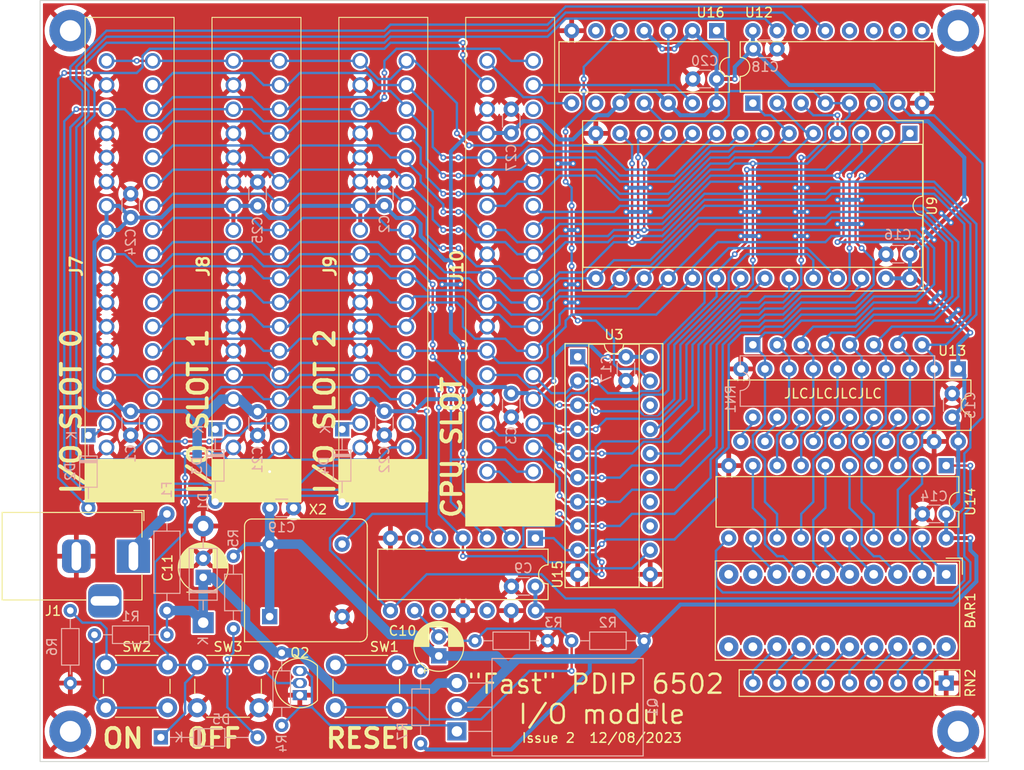
<source format=kicad_pcb>
(kicad_pcb (version 20221018) (generator pcbnew)
  (layers (0 "F.Cu" signal) (31 "B.Cu" signal) (34 "B.Paste" user) (35 "F.Paste" user) (36 "B.SilkS" user "B.Silkscreen") (37 "F.SilkS" user "F.Silkscreen") (38 "B.Mask" user) (39 "F.Mask" user) (44 "Edge.Cuts" user))
  (net 0 "")
  (net 1 "VCC")
  (net 2 "GND")
  (net 4 "Net-(D5-A)")
  (net 5 "/LED0")
  (net 6 "/LED1")
  (net 7 "/LED2")
  (net 8 "/LED3")
  (net 9 "/LED4")
  (net 10 "/LED5")
  (net 11 "/LED6")
  (net 12 "/LED7")
  (net 13 "/RESETSW")
  (net 14 "/~{IRQ0}")
  (net 15 "/~{IRQ}")
  (net 16 "/~{IRQ1}")
  (net 17 "/~{IRQ2}")
  (net 18 "/XSENS")
  (net 19 "/~{IO0}")
  (net 20 "/IOCLK")
  (net 21 "/X~{R}W")
  (net 22 "/XR~{W}")
  (net 23 "/XD7")
  (net 24 "/XD6")
  (net 25 "/XD5")
  (net 26 "/XD4")
  (net 27 "/~{XA7}")
  (net 28 "/XD3")
  (net 29 "/XD2")
  (net 30 "/XD1")
  (net 31 "/XD0")
  (net 32 "/XA7")
  (net 33 "/XA3")
  (net 34 "/~{RESET}")
  (net 35 "/XA2")
  (net 36 "/XA1")
  (net 37 "/XA0")
  (net 42 "Net-(RN2-R1)")
  (net 43 "Net-(RN2-R2)")
  (net 44 "Net-(RN2-R3)")
  (net 45 "Net-(RN2-R4)")
  (net 46 "Net-(RN2-R5)")
  (net 47 "Net-(RN2-R6)")
  (net 48 "Net-(RN2-R7)")
  (net 49 "Net-(RN2-R8)")
  (net 50 "Net-(RN1-R8.2)")
  (net 51 "Net-(RN1-R7.2)")
  (net 52 "Net-(RN1-R6.2)")
  (net 53 "Net-(RN1-R5.2)")
  (net 54 "Net-(RN1-R4.2)")
  (net 55 "Net-(RN1-R3.2)")
  (net 56 "Net-(RN1-R2.2)")
  (net 57 "Net-(RN1-R1.2)")
  (net 58 "/~{IO1}")
  (net 59 "/~{IO2}")
  (net 60 "/XA14")
  (net 62 "/XA13")
  (net 63 "/XA12")
  (net 64 "/XA11")
  (net 65 "/XA10")
  (net 68 "/XA9")
  (net 69 "/XA8")
  (net 70 "/XA6")
  (net 71 "/XA4")
  (net 72 "/XA5")
  (net 73 "/~{NMI}")
  (net 74 "/IOWAIT")
  (net 75 "/~{IOREADY}")
  (net 76 "Net-(F1-Pad1)")
  (net 81 "Net-(R1-Pad2)")
  (net 82 "Net-(R7-Pad2)")
  (net 83 "/~{IOCLK}")
  (net 84 "/~{ROMCS}")
  (net 85 "/~{ACT}")
  (net 86 "/IOWAIT2")
  (net 88 "Net-(D1-K)")
  (net 89 "Net-(Q1-G)")
  (net 90 "/~{IO7}")
  (net 91 "/~{IO6}")
  (net 92 "/~{IO5}")
  (net 93 "/~{IO4}")
  (net 94 "/~{IO3}")
  (footprint "Package_DIP:DIP-20_W7.62mm" (layer "F.Cu") (at 115.57 57.15 -90)
    (fp_text reference "U13")
    (fp_text value "74AHCT245")
  )
  (footprint "MountingHole:MountingHole_2.2mm_M2_Pad" (layer "F.Cu") (at 22.225 95.25)
    (fp_text reference "H3" hide)
    (fp_text value "MountingHole_Pad")
  )
  (footprint "MountingHole:MountingHole_2.2mm_M2_Pad" (layer "F.Cu") (at 115.57 21.59)
    (fp_text reference "H2" hide)
    (fp_text value "MountingHole_Pad")
  )
  (footprint "Package_DIP:DIP-14_W7.62mm" (layer "F.Cu") (at 90.17 21.59 -90)
    (fp_text reference "U16")
    (fp_text value "74AHCT74")
  )
  (footprint "Display:HDSP-4850" (layer "F.Cu") (at 114.3 78.74 -90)
    (fp_text reference "BAR1")
    (fp_text value "HDSP-4850_2")
  )
  (footprint "Button_Switch_THT:SW_PUSH_6mm_H4.3mm" (layer "F.Cu") (at 32.46 92.765 180)
    (fp_text reference "SW2")
    (fp_text value "SW_Push")
  )
  (footprint "6502fast2:6502fast2_IO_PCBEdgeSocket" (layer "F.Cu") (at 26.035 65.405 90)
    (fp_text reference "J7")
    (fp_text value "conn_pcb_edge_33pin_sense" hide)
  )
  (footprint "Resistor_THT:R_Array_SIP9" (layer "F.Cu") (at 114.3 90.17 180)
    (fp_text reference "RN2")
    (fp_text value "10k")
  )
  (footprint "Capacitor_THT:CP_Radial_D5.0mm_P2.00mm" (layer "F.Cu") (at 60.96 87.315113 90)
    (fp_text reference "C10")
    (fp_text value "10u")
  )
  (footprint "PCB_Edge_Connectors:PCB_Edge_Socket_36pin" (layer "F.Cu") (at 66.04 67.945 90)
    (fp_text reference "J10")
    (fp_text value "Conn_02x18_Odd_Even" hide)
  )
  (footprint "Package_DIP:DIP-28_W15.24mm_Socket" (layer "F.Cu") (at 110.49 32.385 -90)
    (fp_text reference "U9")
    (fp_text value "28C256")
  )
  (footprint "Button_Switch_THT:SW_PUSH_6mm_H4.3mm" (layer "F.Cu") (at 50.09 88.265)
    (fp_text reference "SW1")
    (fp_text value "SW_Push")
  )
  (footprint "MountingHole:MountingHole_2.2mm_M2_Pad" (layer "F.Cu") (at 115.57 95.25)
    (fp_text reference "H4" hide)
    (fp_text value "MountingHole_Pad")
  )
  (footprint "6502fast2:6502fast2_IO_PCBEdgeSocket" (layer "F.Cu") (at 39.37 65.405 90)
    (fp_text reference "J8")
    (fp_text value "conn_pcb_edge_33pin_sense" hide)
  )
  (footprint "Oscillator:Oscillator_DIP-8" (layer "F.Cu") (at 43.18 83.185)
    (fp_text reference "X2")
    (fp_text value "4MHz")
  )
  (footprint "Package_DIP:DIP-14_W7.62mm" (layer "F.Cu") (at 71.12 74.935 -90)
    (fp_text reference "U15")
    (fp_text value "74HC14")
  )
  (footprint "6502fast2:6502fast2_IO_PCBEdgeSocket" (layer "F.Cu") (at 52.705 65.405 90)
    (fp_text reference "J9")
    (fp_text value "conn_pcb_edge_33pin_sense" hide)
  )
  (footprint "Package_DIP:DIP-20_W7.62mm_Socket" (layer "F.Cu") (at 75.565 55.88)
    (fp_text reference "U3")
    (fp_text value "I/O PLD")
  )
  (footprint "Package_DIP:DIP-16_W7.62mm" (layer "F.Cu") (at 93.98 29.21 90)
    (fp_text reference "U12")
    (fp_text value "74HCT138")
  )
  (footprint "Package_DIP:DIP-20_W7.62mm" (layer "F.Cu") (at 114.3 67.31 -90)
    (fp_text reference "U14")
    (fp_text value "74HCT273")
  )
  (footprint "MountingHole:MountingHole_2.2mm_M2_Pad" (layer "F.Cu") (at 22.225 21.59)
    (fp_text reference "H1" hide)
    (fp_text value "MountingHole_Pad")
  )
  (footprint "Button_Switch_THT:SW_PUSH_6mm_H4.3mm" (layer "F.Cu") (at 42.06 92.765 180)
    (fp_text reference "SW3")
    (fp_text value "SW_Push")
  )
  (footprint "Capacitor_THT:CP_Radial_D5.0mm_P2.00mm" (layer "F.Cu") (at 36.195 79.060113 90)
    (fp_text reference "C11")
    (fp_text value "100u")
  )
  (footprint "Package_TO_SOT_THT:TO-92_Inline" (layer "F.Cu") (at 46.355 91.44 90)
    (fp_text reference "Q2")
    (fp_text value "2N7000")
  )
  (footprint "Connector_BarrelJack:BarrelJack_Horizontal" (layer "F.Cu") (at 28.86 76.835)
    (fp_text reference "J1")
    (fp_text value "Barrel_Jack")
  )
  (footprint "Package_DIP:DIP-16_W7.62mm" (layer "B.Cu") (at 93.98 54.61 -90)
    (fp_text reference "RN1")
    (fp_text value "3k3")
  )
  (footprint "Resistor_THT:R_Axial_DIN0204_L3.6mm_D1.6mm_P7.62mm_Horizontal" (layer "B.Cu") (at 39.37 76.835 -90)
    (fp_text reference "R5")
    (fp_text value "47")
  )
  (footprint "Diode_THT:D_DO-34_SOD68_P7.62mm_Horizontal" (layer "B.Cu") (at 50.8 63.5 -90)
    (fp_text reference "D4")
    (fp_text value "1N5817")
  )
  (footprint "Capacitor_THT:C_Disc_D3.0mm_W1.6mm_P2.50mm" (layer "B.Cu") (at 68.58 32.345 90)
    (fp_text reference "C27")
    (fp_text value ".1u")
  )
  (footprint "6502fast2:TO-220-3_Horizontal_TabDown_NoHole" (layer "B.Cu") (at 62.865 95.25 90)
    (fp_text reference "Q1")
    (fp_text value "IRF9540N")
  )
  (footprint "Capacitor_THT:C_Disc_D3.0mm_W1.6mm_P2.50mm" (layer "B.Cu") (at 68.58 59.71 -90)
    (fp_text reference "C3")
    (fp_text value ".1u")
  )
  (footprint "Capacitor_THT:C_Disc_D3.0mm_W1.6mm_P2.50mm" (layer "B.Cu") (at 110.47 45.085 180)
    (fp_text reference "C16")
    (fp_text value ".1u")
  )
  (footprint "Capacitor_THT:C_Disc_D3.0mm_W1.6mm_P2.50mm" (layer "B.Cu") (at 94.02 23.495)
    (fp_text reference "C18")
    (fp_text value ".1u")
  )
  (footprint "Resistor_THT:R_Axial_DIN0204_L3.6mm_D1.6mm_P7.62mm_Horizontal" (layer "B.Cu") (at 72.39 85.725 180)
    (fp_text reference "R3")
    (fp_text value "1k")
  )
  (footprint "Diode_THT:D_DO-41_SOD81_P10.16mm_Horizontal" (layer "B.Cu") (at 36.195 83.82 90)
    (fp_text reference "D1")
    (fp_text value "1N4001")
  )
  (footprint "Capacitor_THT:C_Disc_D3.0mm_W1.6mm_P2.50mm" (layer "B.Cu") (at 55.245 61.595 -90)
    (fp_text reference "C22")
    (fp_text value ".1u")
  )
  (footprint "Capacitor_THT:C_Disc_D3.0mm_W1.6mm_P2.50mm" (layer "B.Cu") (at 55.245 39.985 90)
    (fp_text reference "C2")
    (fp_text value ".1u")
  )
  (footprint "Capacitor_THT:C_Disc_D3.0mm_W1.6mm_P2.50mm" (layer "B.Cu") (at 114.935 62.23 90)
    (fp_text reference "C15")
    (fp_text value ".1u")
  )
  (footprint "Capacitor_THT:C_Disc_D3.0mm_W1.6mm_P2.50mm" (layer "B.Cu") (at 90.17 26.67 180)
    (fp_text reference "C20")
    (fp_text value ".1u")
  )
  (footprint "Resistor_THT:R_Axial_DIN0204_L3.6mm_D1.6mm_P7.62mm_Horizontal" (layer "B.Cu") (at 32.385 85.09 180)
    (fp_text reference "R1")
    (fp_text value "22k")
  )
  (footprint "Resistor_THT:R_Axial_DIN0204_L3.6mm_D1.6mm_P7.62mm_Horizontal" (layer "B.Cu") (at 82.55 85.725 180)
    (fp_text reference "R2")
    (fp_text value "22k")
  )
  (footprint "Capacitor_THT:C_Disc_D3.0mm_W1.6mm_P2.50mm" (layer "B.Cu") (at 41.91 61.635 -90)
    (fp_text reference "C21")
    (fp_text value ".1u")
  )
  (footprint "Capacitor_THT:C_Disc_D3.0mm_W1.6mm_P2.50mm" (layer "B.Cu") (at 41.91 40.005 90)
    (fp_text reference "C25")
    (fp_text value ".1u")
  )
  (footprint "Resistor_THT:R_Axial_DIN0204_L3.6mm_D1.6mm_P7.62mm_Horizontal" (layer "B.Cu") (at 22.225 82.55 -90)
    (fp_text reference "R6")
    (fp_text value "22k")
  )
  (footprint "Diode_THT:D_DO-34_SOD68_P7.62mm_Horizontal" (layer "B.Cu") (at 37.465 63.495 -90)
    (fp_text reference "D3")
    (fp_text value "1N5817")
  )
  (footprint "Capacitor_THT:C_Disc_D3.0mm_W1.6mm_P2.50mm" (layer "B.Cu") (at 71.1 80.005 180)
    (fp_text reference "C9")
    (fp_text value ".1u")
  )
  (footprint "Capacitor_THT:C_Disc_D3.0mm_W1.6mm_P2.50mm" (layer "B.Cu") (at 80.635 55.875 -90)
    (fp_text reference "C17")
    (fp_text value ".1u")
  )
  (footprint "Capacitor_THT:C_Disc_D3.0mm_W1.6mm_P2.50mm" (layer "B.Cu") (at 114.3 72.39 180)
    (fp_text reference "C14")
    (fp_text value ".1u")
  )
  (footprint "Resistor_THT:R_Axial_DIN0207_L6.3mm_D2.5mm_P10.16mm_Horizontal" (layer "B.Cu") (at 32.385 72.39 -90)
    (fp_text reference "F1")
    (fp_text value "Fuse")
  )
  (footprint "Capacitor_THT:C_Disc_D3.0mm_W1.6mm_P2.50mm" (layer "B.Cu") (at 28.575 61.615 -90)
    (fp_text reference "C1")
    (fp_text value ".1u")
  )
  (footprint "Resistor_THT:R_Axial_DIN0204_L3.6mm_D1.6mm_P7.62mm_Horizontal" (layer "B.Cu") (at 59.055 96.52 90)
    (fp_text reference "R7")
    (fp_text value "47")
  )
  (footprint "Capacitor_THT:C_Disc_D3.0mm_W1.6mm_P2.50mm" (layer "B.Cu") (at 43.2 71.755)
    (fp_text reference "C19")
    (fp_text value ".1u")
  )
  (footprint "Resistor_THT:R_Axial_DIN0204_L3.6mm_D1.6mm_P7.62mm_Horizontal" (layer "B.Cu") (at 44.45 86.995 -90)
    (fp_text reference "R4")
    (fp_text value "22k")
  )
  (footprint "Diode_THT:D_DO-34_SOD68_P7.62mm_Horizontal" (layer "B.Cu") (at 24.13 64.135 -90)
    (fp_text reference "D2")
    (fp_text value "1N5817")
  )
  (footprint "Diode_THT:D_DO-34_SOD68_P10.16mm_Horizontal" (layer "B.Cu") (at 31.75 95.885)
    (fp_text reference "D5")
    (fp_text value "1N4148")
  )
  (footprint "Capacitor_THT:C_Disc_D3.0mm_W1.6mm_P2.50mm" (layer "B.Cu") (at 28.575 41.235 90)
    (fp_text reference "C24")
    (fp_text value ".1u")
  )
  (gr_rect (start 19.05 18.415) (end 118.745 98.425) (stroke (width 0.1)) (fill none) (layer "Edge.Cuts"))
  (gr_text "CPU SLOT" (at 63.5 73.025 90) (layer "F.SilkS") (effects (font (size 2 2) (thickness 0.4) bold) (justify left bottom)))
  (gr_text "I/O module" (at 78.105 94.615) (layer "F.SilkS") (effects (font (size 2 2) (thickness 0.25)) (justify bottom)))
  (gr_text "I/O SLOT 2" (at 50.165 70.485 90) (layer "F.SilkS") (effects (font (size 2 2) (thickness 0.4) bold) (justify left bottom)))
  (gr_text "ON" (at 25.4 97.155) (layer "F.SilkS") (effects (font (size 2 2) (thickness 0.4) bold) (justify left bottom)))
  (gr_text "RESET" (at 48.895 97.155) (layer "F.SilkS") (effects (font (size 2 2) (thickness 0.4) bold) (justify left bottom)))
  (gr_text "{dblquote}Fast{dblquote} PDIP 6502" (at 77.47 91.44) (layer "F.SilkS") (effects (font (size 2 2) (thickness 0.25)) (justify bottom)))
  (gr_text "OFF" (at 34.29 97.155) (layer "F.SilkS") (effects (font (size 2 2) (thickness 0.4) bold) (justify left bottom)))
  (gr_text "Issue 2  12/08/2023" (at 78.105 96.52) (layer "F.SilkS") (effects (font (size 1 1)) (justify bottom)))
  (gr_text "I/O SLOT 1" (at 36.83 70.485 90) (layer "F.SilkS") (effects (font (size 2 2) (thickness 0.4) bold) (justify left bottom)))
  (gr_text "I/O SLOT 0" (at 23.495 70.485 90) (layer "F.SilkS") (effects (font (size 2 2) (thickness 0.4) bold) (justify left bottom)))
  (gr_text "JLCJLCJLCJLC" (at 97.155 60.325) (layer "F.SilkS") (effects (font (size 1 1)) (justify left bottom)))
  (segment (start 39.37 42.545) (end 39.37 40.005) (width 0.42) (layer "F.Cu") (net 1))
  (segment (start 43.18 67.945) (end 43.18 71.735) (width 1) (layer "F.Cu") (net 1))
  (segment (start 72.796 58.42) (end 70.891 60.325) (width 0.42) (layer "F.Cu") (net 1))
  (segment (start 116.205 39.37) (end 110.49 45.085) (width 0.42) (layer "F.Cu") (net 1))
  (segment (start 62.23 46.355) (end 62.23 50.8) (width 0.42) (layer "F.Cu") (net 1))
  (segment (start 111.125 47.625) (end 110.49 47.625) (width 0.42) (layer "F.Cu") (net 1))
  (segment (start 78.74 55.88) (end 80.63 55.88) (width 0.42) (layer "F.Cu") (net 1))
  (segment (start 63.5 54.61) (end 63.5 55.88) (width 0.42) (layer "F.Cu") (net 1))
  (segment (start 116.84 53.34) (end 111.125 47.625) (width 0.42) (layer "F.Cu") (net 1))
  (segment (start 92.075 26.67) (end 90.17 26.67) (width 0.42) (layer "F.Cu") (net 1))
  (segment (start 84.455 23.495) (end 85.725 23.495) (width 0.42) (layer "F.Cu") (net 1))
  (segment (start 116.84 74.93) (end 114.3 74.93) (width 0.42) (layer "F.Cu") (net 1))
  (segment (start 52.705 42.545) (end 52.705 40.005) (width 0.42) (layer "F.Cu") (net 1))
  (segment (start 73.025 58.42) (end 72.796 58.42) (width 0.42) (layer "F.Cu") (net 1))
  (segment (start 80.63 55.88) (end 80.635 55.875) (width 0.42) (layer "F.Cu") (net 1))
  (segment (start 43.18 71.735) (end 43.2 71.755) (width 1) (layer "F.Cu") (net 1))
  (via (at 43.18 67.945) (size 0.6) (drill 0.3) (layers "F.Cu" "B.Cu") (net 1))
  (via (at 78.74 55.88) (size 0.6) (drill 0.3) (layers "F.Cu" "B.Cu") (net 1))
  (via (at 116.205 39.37) (size 0.6) (drill 0.3) (layers "F.Cu" "B.Cu") (net 1))
  (via (at 73.025 58.42) (size 0.6) (drill 0.3) (layers "F.Cu" "B.Cu") (net 1))
  (via (at 116.84 74.93) (size 0.6) (drill 0.3) (layers "F.Cu" "B.Cu") (net 1))
  (via (at 63.5 55.88) (size 0.6) (drill 0.3) (layers "F.Cu" "B.Cu") (net 1))
  (via (at 62.23 50.8) (size 0.6) (drill 0.3) (layers "F.Cu" "B.Cu") (net 1))
  (via (at 63.5 54.61) (size 0.6) (drill 0.3) (layers "F.Cu" "B.Cu") (net 1))
  (via (at 84.455 23.495) (size 0.6) (drill 0.3) (layers "F.Cu" "B.Cu") (net 1))
  (via (at 62.23 46.355) (size 0.6) (drill 0.3) (layers "F.Cu" "B.Cu") (net 1))
  (via (at 92.075 26.67) (size 0.6) (drill 0.3) (layers "F.Cu" "B.Cu") (net 1))
  (via (at 116.84 53.34) (size 0.6) (drill 0.3) (layers "F.Cu" "B.Cu") (net 1))
  (via (at 85.725 23.495) (size 0.6) (drill 0.3) (layers "F.Cu" "B.Cu") (net 1))
  (segment (start 59.055 41.91) (end 59.055 43.18) (width 0.42) (layer "B.Cu") (net 1))
  (segment (start 78.74 30.48) (end 80.01 29.21) (width 0.42) (layer "B.Cu") (net 1))
  (segment (start 59.69 60.325) (end 58.42 61.595) (width 0.42) (layer "B.Cu") (net 1))
  (segment (start 116.84 76.2) (end 117.475 76.835) (width 0.42) (layer "B.Cu") (net 1))
  (segment (start 40.64 75.565) (end 43.18 75.565) (width 0.42) (layer "B.Cu") (net 1))
  (segment (start 68.2625 88.5825) (end 64.135 92.71) (width 1) (layer "B.Cu") (net 1))
  (segment (start 31.79 41.235) (end 33.02 40.005) (width 0.42) (layer "B.Cu") (net 1))
  (segment (start 48.26 61.595) (end 51.435 61.595) (width 0.42) (layer "B.Cu") (net 1))
  (segment (start 115.57 62.865) (end 114.935 62.23) (width 0.42) (layer "B.Cu") (net 1))
  (segment (start 66.08 32.345) (end 66.04 32.385) (width 0.42) (layer "B.Cu") (net 1))
  (segment (start 116.84 53.34) (end 115.57 54.61) (width 0.42) (layer "B.Cu") (net 1))
  (segment (start 73.662 33.022) (end 75.060928 33.022) (width 0.42) (layer "B.Cu") (net 1))
  (segment (start 90.1575 24.1375) (end 87.62 21.6) (width 0.42) (layer "B.Cu") (net 1))
  (segment (start 61.595 45.72) (end 62.23 45.72) (width 0.42) (layer "B.Cu") (net 1))
  (segment (start 33.02 40.005) (end 39.37 40.005) (width 0.42) (layer "B.Cu") (net 1))
  (segment (start 92.075 26.67) (end 92.075 25.4) (width 0.42) (layer "B.Cu") (net 1))
  (segment (start 106.68 27.305) (end 97.83 27.305) (width 0.42) (layer "B.Cu") (net 1))
  (segment (start 58.42 61.595) (end 55.245 61.595) (width 0.42) (layer "B.Cu") (net 1))
  (segment (start 43.18 75.605) (end 43.18 83.145) (width 1) (layer "B.Cu") (net 1))
  (segment (start 90.1575 26.6575) (end 90.1575 24.1375) (width 0.42) (layer "B.Cu") (net 1))
  (segment (start 58.42 41.275) (end 56.515 41.275) (width 0.42) (layer "B.Cu") (net 1))
  (segment (start 53.975 60.325) (end 52.705 60.325) (width 0.42) (layer "B.Cu") (net 1))
  (segment (start 58.42 85.09) (end 60.645113 87.315113) (width 1) (layer "B.Cu") (net 1))
  (segment (start 59.055 41.91) (end 58.42 41.275) (width 0.42) (layer "B.Cu") (net 1))
  (segment (start 69.215 87.63) (end 76.835 87.63) (width 1) (layer "B.Cu") (net 1))
  (segment (start 62.23 51.435) (end 62.23 53.34) (width 0.42) (layer "B.Cu") (net 1))
  (segment (start 71.12 82.555) (end 79.38 82.555) (width 0.42) (layer "B.Cu") (net 1))
  (segment (start 86.36 81.915) (end 82.55 85.725) (width 0.42) (layer "B.Cu") (net 1))
  (segment (start 41.91 61.635) (end 41.315 61.635) (width 0.42) (layer "B.Cu") (net 1))
  (segment (start 62.23 34.29) (end 62.23 45.72) (width 0.4) (layer "B.Cu") (net 1))
  (segment (start 80 29.22) (end 81.28 27.94) (width 0.42) (layer "B.Cu") (net 1))
  (segment (start 46.355 75.565) (end 55.88 85.09) (width 1) (layer "B.Cu") (net 1))
  (segment (start 24.765 43.815) (end 26.035 42.545) (width 0.42) (layer "B.Cu") (net 1))
  (segment (start 35.56 62.825) (end 34.33 61.595) (width 0.42) (layer "B.Cu") (net 1))
  (segment (start 68.58 32.345) (end 69.81 31.115) (width 0.42) (layer "B.Cu") (net 1))
  (segment (start 71.12 82.555) (end 71.12 80.025) (width 0.42) (layer "B.Cu") (net 1))
  (segment (start 41.275 61.595) (end 48.26 61.595) (width 0.42) (layer "B.Cu") (net 1))
  (segment (start 56.515 41.275) (end 55.245 40.005) (width 0.42) (layer "B.Cu") (net 1))
  (segment (start 26.035 42.545) (end 27.265 42.545) (width 0.42) (layer "B.Cu") (net 1))
  (segment (start 64.77 59.718797) (end 64.163797 60.325) (width 0.42) (layer "B.Cu") (net 1))
  (segment (start 77.602928 30.48) (end 78.74 30.48) (width 0.42) (layer "B.Cu") (net 1))
  (segment (start 60.645113 87.315113) (end 60.96 87.315113) (width 1) (layer "B.Cu") (net 1))
  (segment (start 73.025 55.88) (end 74.295 54.61) (width 0.42) (layer "B.Cu") (net 1))
  (segment (start 83.805 27.945) (end 85.08 29.22) (width 0.42) (layer "B.Cu") (net 1))
  (segment (start 68.58 32.345) (end 66.08 32.345) (width 0.42) (layer "B.Cu") (net 1))
  (segment (start 76.835 87.63) (end 81.28 87.63) (width 1) (layer "B.Cu") (net 1))
  (segment (start 68.62 59.69) (end 68.58 59.73) (width 0.42) (layer "B.Cu") (net 1))
  (segment (start 39.37 40.005) (end 41.91 40.005) (width 0.42) (layer "B.Cu") (net 1))
  (segment (start 73.025 58.42) (end 73.025 55.88) (width 0.42) (layer "B.Cu") (net 1))
  (segment (start 55.88 85.09) (end 58.42 85.09) (width 1) (layer "B.Cu") (net 1))
  (segment (start 70.256 59.69) (end 68.62 59.69) (width 0.42) (layer "B.Cu") (net 1))
  (segment (start 36.83 67.945) (end 35.56 66.675) (width 1) (layer "B.Cu") (net 1))
  (segment (start 26.035 40.005) (end 27.345 40.005) (width 0.42) (layer "B.Cu") (net 1))
  (segment (start 27.94 61.595) (end 26.67 60.325) (width 0.42) (layer "B.Cu") (net 1))
  (segment (start 110.49 47.625) (end 110.49 45.105) (width 0.42) (layer "B.Cu") (net 1))
  (segment (start 68.58 59.73) (end 68.58 59.69) (width 0.42) (layer "B.Cu") (net 1))
  (segment (start 38.1 60.325) (end 39.37 60.325) (width 1) (layer "B.Cu") (net 1))
  (segment (start 81.28 27.94) (end 83.805 27.94) (width 0.42) (layer "B.Cu") (net 1))
  (segment (start 68.2625 88.5825) (end 69.215 87.63) (width 1) (layer "B.Cu") (net 1))
  (segment (start 27.94 61.595) (end 28.575 61.595) (width 0.42) (layer "B.Cu") (net 1))
  (segment (start 115.57 54.61) (end 115.57 57.15) (width 0.42) (layer "B.Cu") (net 1))
  (segment (start 64.77 59.055) (end 63.5 57.785) (width 0.42) (layer "B.Cu") (net 1))
  (segment (start 97.83 27.305) (end 94.02 23.495) (width 0.42) (layer "B.Cu") (net 1))
  (segment (start 107.95 47.625) (end 110.49 47.625) (width 0.42) (layer "B.Cu") (net 1))
  (segment (start 41.315 61.635) (end 40.005 60.325) (width 1) (layer "B.Cu") (net 1))
  (segment (start 71.755 31.115) (end 73.662 33.022) (width 0.42) (layer "B.Cu") (net 1))
  (segment (start 55.245 40.005) (end 52.705 40.005) (width 0.42) (layer "B.Cu") (net 1))
  (segment (start 43.18 41.275) (end 45.085 41.275) (width 0.42) (layer "B.Cu") (net 1))
  (segment (start 26.67 60.325) (end 26.035 60.325) (width 0.42) (layer "B.Cu") (net 1))
  (segment (start 46.355 40.005) (end 52.705 40.005) (width 0.42) (layer "B.Cu") (net 1))
  (segment (start 64.135 32.385) (end 66.04 32.385) (width 0.42) (layer "B.Cu") (net 1))
  (segment (start 116.205 34.925) (end 112.395 31.115) (width 0.42) (layer "B.Cu") (net 1))
  (segment (start 75.060928 33.022) (end 77.602928 30.48) (width 0.42) (layer "B.Cu") (net 1))
  (segment (start 62.23 50.8) (end 62.23 51.435) (width 0.42) (layer "B.Cu") (net 1))
  (segment (start 63.5 55.88) (end 63.5 57.785) (width 0.42) (layer "B.Cu") (net 1))
  (segment (start 24.765 59.055) (end 24.765 43.815) (width 0.42) (layer "B.Cu") (net 1))
  (segment (start 39.37 76.835) (end 40.64 75.565) (width 0.42) (layer "B.Cu") (net 1))
  (segment (start 90.16 29.22) (end 90.16 26.7) (width 0.42) (layer "B.Cu") (net 1))
  (segment (start 82.55 86.36) (end 82.55 85.725) (width 1) (layer "B.Cu") (net 1))
  (segment (start 41.91 40.005) (end 43.18 41.275) (width 0.42) (layer "B.Cu") (net 1))
  (segment (start 90.16 29.22) (end 88.9 30.48) (width 0.42) (layer "B.Cu") (net 1))
  (segment (start 62.23 45.72) (end 62.23 46.355) (width 0.4) (layer "B.Cu") (net 1))
  (segment (start 112.395 31.115) (end 109.22 31.115) (width 0.42) (layer "B.Cu") (net 1))
  (segment (start 107.95 29.845) (end 107.95 28.575) (width 0.42) (layer "B.Cu") (net 1))
  (segment (start 55.245 61.595) (end 53.975 60.325) (width 0.42) (layer "B.Cu") (net 1))
  (segment (start 80.635 55.875) (end 83.18 55.875) (width 0.42) (layer "B.Cu") (net 1))
  (segment (start 86.34 30.46) (end 85.09 29.21) (width 0.42) (layer "B.Cu") (net 1))
  (segment (start 117.475 79.498) (end 115.058 81.915) (width 0.42) (layer "B.Cu") (net 1))
  (segment (start 51.435 61.595) (end 52.705 60.325) (width 0.42) (layer "B.Cu") (net 1))
  (segment (start 43.18 75.565) (end 46.355 75.565) (width 1) (layer "B.Cu") (net 1))
  (segment (start 93.98 23.495) (end 93.98 21.595) (width 0.42) (layer "B.Cu") (net 1))
  (segment (start 27.345 40.005) (end 28.575 41.235) (width 0.42) (layer "B.Cu") (net 1))
  (segment (start 114.3 72.39) (end 115.57 71.12) (width 0.42) (layer "B.Cu") (net 1))
  (segment (start 45.085 41.275) (end 46.355 40.005) (width 0.42) (layer "B.Cu") (net 1))
  (segment (start 67.945 59.055) (end 64.77 59.055) (width 0.42) (layer "B.Cu") (net 1))
  (segment (start 70.891 60.325) (end 70.256 59.69) (width 0.42) (layer "B.Cu") (net 1))
  (segment (start 88.9 30.48) (end 86.34 30.48) (width 0.42) (layer "B.Cu") (net 1))
  (segment (start 79.38 82.555) (end 82.55 85.725) (width 0.42) (layer "B.Cu") (net 1))
  (segment (start 35.56 62.825) (end 35.6 62.825) (width 1) (layer "B.Cu") (net 1))
  (segment (start 69.81 31.115) (end 71.755 31.115) (width 0.42) (layer "B.Cu") (net 1))
  (segment (start 115.57 71.12) (end 115.57 62.865) (width 0.42) (layer "B.Cu") (net 1))
  (segment (start 35.56 66.675) (end 35.56 62.825) (width 1) (layer "B.Cu") (net 1))
  (segment (start 78.105 55.88) (end 78.74 55.88) (width 0.42) (layer "B.Cu") (net 1))
  (segment (start 115.058 81.915) (end 86.36 81.915) (width 0.42) (layer "B.Cu") (net 1))
  (segment (start 64.135 32.385) (end 62.23 34.29) (width 0.4) (layer "B.Cu") (net 1))
  (segment (start 82.5525 21.5925) (end 84.455 23.495) (width 0.42) (layer "B.Cu") (net 1))
  (segment (start 26.035 40.005) (end 26.035 42.545) (width 0.42) (layer "B.Cu") (net 1))
  (segment (start 64.77 59.055) (end 64.77 59.718797) (width 0.42) (layer "B.Cu") (net 1))
  (segment (start 59.055 96.52) (end 59.69 97.155) (width 0.42) (layer "B.Cu") (net 1))
  (segment (start 34.33 61.595) (end 28.575 61.595) (width 0.42) (layer "B.Cu") (net 1))
  (segment (start 68.58 59.69) (end 67.945 59.055) (width 0.42) (layer "B.Cu") (net 1))
  (segment (start 85.73 23.495) (end 87.6325 21.5925) (width 0.42) (layer "B.Cu") (net 1))
  (segment (start 116.84 74.93) (end 116.84 76.2) (width 0.42) (layer "B.Cu") (net 1))
  (segment (start 43.18 75.545) (end 43.18 71.775) (width 1) (layer "B.Cu") (net 1))
  (segment (start 59.055 43.18) (end 61.595 45.72) (width 0.42) (layer "B.Cu") (net 1))
  (segment (start 35.6 62.825) (end 38.1 60.325) (width 1) (layer "B.Cu") (net 1))
  (segment (start 28.575 41.235) (end 31.79 41.235) (width 0.42) (layer "B.Cu") (net 1))
  (segment (start 114.935 62.23) (end 116.205 60.96) (width 0.42) (layer "B.Cu") (net 1))
  (segment (start 66.995113 87.315113) (end 68.2625 88.5825) (width 1) (layer "B.Cu") (net 1))
  (segment (start 62.23 53.34) (end 63.5 54.61) (width 0.42) (layer "B.Cu") (net 1))
  (segment (start 76.835 88.9) (end 76.835 87.63) (width 0.42) (layer "B.Cu") (net 1))
  (segment (start 107.95 28.575) (end 106.68 27.305) (width 0.42) (layer "B.Cu") (net 1))
  (segment (start 116.205 57.785) (end 115.57 57.15) (width 0.42) (layer "B.Cu") (net 1))
  (segment (start 64.163797 60.325) (end 59.69 60.325) (width 0.42) (layer "B.Cu") (net 1))
  (segment (start 109.22 31.115) (end 107.95 29.845) (width 0.42) (layer "B.Cu") (net 1))
  (segment (start 81.28 87.63) (end 82.55 86.36) (width 1) (layer "B.Cu") (net 1))
  (segment (start 24.765 59.055) (end 26.035 60.325) (width 0.42) (layer "B.Cu") (net 1))
  (segment (start 116.205 60.96) (end 116.205 57.785) (width 0.42) (layer "B.Cu") (net 1))
  (segment (start 114.3 72.39) (end 114.3 74.93) (width 0.42) (layer "B.Cu") (net 1))
  (segment (start 60.96 87.315113) (end 66.995113 87.315113) (width 1) (layer "B.Cu") (net 1))
  (segment (start 92.075 25.4) (end 93.98 23.495) (width 0.42) (layer "B.Cu") (net 1))
  (segment (start 76.835 54.61) (end 78.105 55.88) (width 0.42) (layer "B.Cu") (net 1))
  (segment (start 116.205 39.37) (end 116.205 34.925) (width 0.42) (layer "B.Cu") (net 1))
  (segment (start 64.135 92.71) (end 62.865 92.71) (width 1) (layer "B.Cu") (net 1))
  (segment (start 43.18 67.945) (end 36.83 67.945) (width 1) (layer "B.Cu") (net 1))
  (segment (start 86.34 30.48) (end 86.34 30.46) (width 0.42) (layer "B.Cu") (net 1))
  (segment (start 59.69 97.155) (end 68.58 97.155) (width 0.42) (layer "B.Cu") (net 1))
  (segment (start 117.475 76.835) (end 117.475 79.498) (width 0.42) (layer "B.Cu") (net 1))
  (segment (start 68.58 97.155) (end 76.835 88.9) (width 0.42) (layer "B.Cu") (net 1))
  (segment (start 74.295 54.61) (end 76.835 54.61) (width 0.42) (layer "B.Cu") (net 1))
  (segment (start 27.265 42.545) (end 28.575 41.235) (width 0.42) (layer "B.Cu") (net 1))
  (via (at 94.615 38.1) (size 0.6) (drill 0.3) (layers "F.Cu" "B.Cu") (net 2))
  (via (at 94.615 40.64) (size 0.6) (drill 0.3) (layers "F.Cu" "B.Cu") (net 2))
  (via (at 99.695 40.64) (size 0.6) (drill 0.3) (layers "F.Cu" "B.Cu") (net 2))
  (via (at 75.565 42.545) (size 0.6) (drill 0.3) (layers "F.Cu" "B.Cu") (net 2))
  (via (at 73.50125 35.56) (size 0.6) (drill 0.3) (layers "F.Cu" "B.Cu") (net 2))
  (via (at 74.295 48.26) (size 0.6) (drill 0.3) (layers "F.Cu" "B.Cu") (net 2))
  (via (at 102.87 41.91) (size 0.6) (drill 0.3) (layers "F.Cu" "B.Cu") (net 2))
  (via (at 105.41 39.37) (size 0.6) (drill 0.3) (layers "F.Cu" "B.Cu") (net 2))
  (via (at 113.0405 43.577323) (size 0.6) (drill 0.3) (layers "F.Cu" "B.Cu") (net 2))
  (via (at 75.565 50.165) (size 0.6) (drill 0.3) (layers "F.Cu" "B.Cu") (net 2))
  (via (at 105.41 41.91) (size 0.6) (drill 0.3) (layers "F.Cu" "B.Cu") (net 2))
  (via (at 83.185 38.1) (size 0.6) (drill 0.3) (layers "F.Cu" "B.Cu") (net 2))
  (via (at 99.695 43.18) (size 0.6) (drill 0.3) (layers "F.Cu" "B.Cu") (net 2))
  (via (at 75.565 48.26) (size 0.6) (drill 0.3) (layers "F.Cu" "B.Cu") (net 2))
  (via (at 99.695 38.1) (size 0.6) (drill 0.3) (layers "F.Cu" "B.Cu") (net 2))
  (via (at 80.645 38.1) (size 0.6) (drill 0.3) (layers "F.Cu" "B.Cu") (net 2))
  (via (at 92.71 43.18) (size 0.6) (drill 0.3) (layers "F.Cu" "B.Cu") (net 2))
  (via (at 63.229407 48.266798) (size 0.6) (drill 0.3) (layers "F.Cu" "B.Cu") (net 2))
  (via (at 114.801693 41.776693) (size 0.6) (drill 0.3) (layers "F.Cu" "B.Cu") (net 2))
  (via (at 61.317318 48.266798) (size 0.6) (drill 0.3) (layers "F.Cu" "B.Cu") (net 2))
  (via (at 74.295 50.165) (size 0.6) (drill 0.3) (layers "F.Cu" "B.Cu") (net 2))
  (via (at 83.185 40.64) (size 0.6) (drill 0.3) (layers "F.Cu" "B.Cu") (net 2))
  (via (at 74.295 42.545) (size 0.6) (drill 0.3) (layers "F.Cu" "B.Cu") (net 2))
  (via (at 113.665 49.115564) (size 0.6) (drill 0.3) (layers "F.Cu" "B.Cu") (net 2))
  (via (at 98.425 38.1) (size 0.6) (drill 0.3) (layers "F.Cu" "B.Cu") (net 2))
  (via (at 94.615 43.18) (size 0.6) (drill 0.3) (layers "F.Cu" "B.Cu") (net 2))
  (via (at 75.08875 35.56) (size 0.6) (drill 0.3) (layers "F.Cu" "B.Cu") (net 2))
  (via (at 98.425 40.64) (size 0.6) (drill 0.3) (layers "F.Cu" "B.Cu") (net 2))
  (via (at 115.57 50.930216) (size 0.6) (drill 0.3) (layers "F.Cu" "B.Cu") (net 2))
  (via (at 92.71 38.1) (size 0.6) (drill 0.3) (layers "F.Cu" "B.Cu") (net 2))
  (via (at 113.798307 40.773307) (size 0.6) (drill 0.3) (layers "F.Cu" "B.Cu") (net 2))
  (via (at 102.87 39.37) (size 0.6) (drill 0.3) (layers "F.Cu" "B.Cu") (net 2))
  (via (at 98.425 43.18) (size 0.6) (drill 0.3) (layers "F.Cu" "B.Cu") (net 2))
  (via (at 111.884089 42.420911) (size 0.6) (drill 0.3) (layers "F.Cu" "B.Cu") (net 2))
  (via (at 112.615564 50.165) (size 0.6) (drill 0.3) (layers "F.Cu" "B.Cu") (net 2))
  (via (at 92.71 40.64) (size 0.6) (drill 0.3) (layers "F.Cu" "B.Cu") (net 2))
  (via (at 114.430216 52.07) (size 0.6) (drill 0.3) (layers "F.Cu" "B.Cu") (net 2))
  (via (at 80.645 40.64) (size 0.6) (drill 0.3) (layers "F.Cu" "B.Cu") (net 2))
  (segment (start 111.884089 42.420912) (end 113.0405 43.577323) (width 0.42) (layer "B.Cu") (net 2))
  (segment (start 74.295 48.26) (end 75.565 48.26) (width 0.42) (layer "B.Cu") (net 2))
  (segment (start 112.615564 50.165) (end 113.665 49.115564) (width 0.42) (layer "B.Cu") (net 2))
  (segment (start 92.71 40.64) (end 94.615 40.64) (width 0.42) (layer "B.Cu") (net 2))
  (segment (start 63.229407 48.266798) (end 61.317318 48.266798) (width 0.42) (layer "B.Cu") (net 2))
  (segment (start 105.41 41.91) (end 102.87 41.91) (width 0.42) (layer "B.Cu") (net 2))
  (segment (start 80.645 40.64) (end 83.185 40.64) (width 0.42) (layer "B.Cu") (net 2))
  (segment (start 111.884089 42.420911) (end 111.884089 42.420912) (width 0.42) (layer "B.Cu") (net 2))
  (segment (start 102.87 39.37) (end 105.41 39.37) (width 0.42) (layer "B.Cu") (net 2))
  (segment (start 75.565 42.545) (end 74.295 42.545) (width 0.42) (layer "B.Cu") (net 2))
  (segment (start 75.565 50.165) (end 74.295 50.165) (width 0.42) (layer "B.Cu") (net 2))
  (segment (start 83.185 38.1) (end 80.645 38.1) (width 0.42) (layer "B.Cu") (net 2))
  (segment (start 99.695 38.1) (end 98.425 38.1) (width 0.42) (layer "B.Cu") (net 2))
  (segment (start 94.615 43.18) (end 92.71 43.18) (width 0.42) (layer "B.Cu") (net 2))
  (segment (start 113.798307 40.773307) (end 114.801693 41.776693) (width 0.42) (layer "B.Cu") (net 2))
  (segment (start 99.695 43.18) (end 98.425 43.18) (width 0.42) (layer "B.Cu") (net 2))
  (segment (start 73.50125 35.56) (end 75.08875 35.56) (width 0.42) (layer "B.Cu") (net 2))
  (segment (start 94.615 38.1) (end 92.71 38.1) (width 0.42) (layer "B.Cu") (net 2))
  (segment (start 98.425 40.64) (end 99.695 40.64) (width 0.42) (layer "B.Cu") (net 2))
  (segment (start 114.430216 52.07) (end 115.57 50.930216) (width 0.42) (layer "B.Cu") (net 2))
  (segment (start 38.735 88.9) (end 38.735 87.63) (width 0.25) (layer "F.Cu") (net 4))
  (via (at 38.735 88.9) (size 0.6) (drill 0.3) (layers "F.Cu" "B.Cu") (net 4))
  (via (at 38.735 87.63) (size 0.6) (drill 0.3) (layers "F.Cu" "B.Cu") (net 4))
  (segment (start 41.91 95.885) (end 38.735 92.71) (width 0.25) (layer "B.Cu") (net 4))
  (segment (start 38.735 92.71) (end 38.735 88.9) (width 0.25) (layer "B.Cu") (net 4))
  (segment (start 39.37 86.995) (end 39.37 84.455) (width 0.25) (layer "B.Cu") (net 4))
  (segment (start 38.735 87.63) (end 39.37 86.995) (width 0.25) (layer "B.Cu") (net 4))
  (segment (start 111.76 76.2) (end 114.3 78.74) (width 0.25) (layer "B.Cu") (net 5))
  (segment (start 111.76 74.93) (end 111.76 76.2) (width 0.25) (layer "B.Cu") (net 5))
  (segment (start 110.49 76.2) (end 111.76 77.47) (width 0.25) (layer "B.Cu") (net 6))
  (segment (start 110.49 70.485) (end 110.49 76.2) (width 0.25) (layer "B.Cu") (net 6))
  (segment (start 111.76 67.31) (end 111.76 69.215) (width 0.25) (layer "B.Cu") (net 6))
  (segment (start 111.76 69.215) (end 110.49 70.485) (width 0.25) (layer "B.Cu") (net 6))
  (segment (start 111.76 77.47) (end 111.76 78.74) (width 0.25) (layer "B.Cu") (net 6))
  (segment (start 107.315 76.835) (end 109.22 78.74) (width 0.25) (layer "B.Cu") (net 7))
  (segment (start 104.14 67.31) (end 104.14 71.755) (width 0.25) (layer "B.Cu") (net 7))
  (segment (start 104.14 71.755) (end 105.41 73.025) (width 0.25) (layer "B.Cu") (net 7))
  (segment (start 105.41 75.565) (end 106.68 76.835) (width 0.25) (layer "B.Cu") (net 7))
  (segment (start 105.41 73.025) (end 105.41 75.565) (width 0.25) (layer "B.Cu") (net 7))
  (segment (start 106.68 76.835) (end 107.315 76.835) (width 0.25) (layer "B.Cu") (net 7))
  (segment (start 104.14 76.2) (end 104.14 74.93) (width 0.25) (layer "B.Cu") (net 8))
  (segment (start 106.68 78.74) (end 104.14 76.2) (width 0.25) (layer "B.Cu") (net 8))
  (segment (start 104.14 78.74) (end 101.6 76.2) (width 0.25) (layer "B.Cu") (net 9))
  (segment (start 101.6 76.2) (end 101.6 74.93) (width 0.25) (layer "B.Cu") (net 9))
  (segment (start 100.33 77.47) (end 100.33 73.025) (width 0.25) (layer "B.Cu") (net 10))
  (segment (start 101.6 71.755) (end 101.6 67.31) (width 0.25) (layer "B.Cu") (net 10))
  (segment (start 101.6 78.74) (end 100.33 77.47) (width 0.25) (layer "B.Cu") (net 10))
  (segment (start 100.33 73.025) (end 101.6 71.755) (width 0.25) (layer "B.Cu") (net 10))
  (segment (start 93.98 67.31) (end 93.98 71.755) (width 0.25) (layer "B.Cu") (net 11))
  (segment (start 97.155 76.835) (end 99.06 78.74) (width 0.25) (layer "B.Cu") (net 11))
  (segment (start 95.25 73.025) (end 95.25 75.565) (width 0.25) (layer "B.Cu") (net 11))
  (segment (start 96.52 76.835) (end 97.155 76.835) (width 0.25) (layer "B.Cu") (net 11))
  (segment (start 93.98 71.755) (end 95.25 73.025) (width 0.25) (layer "B.Cu") (net 11))
  (segment (start 95.25 75.565) (end 96.52 76.835) (width 0.25) (layer "B.Cu") (net 11))
  (segment (start 93.98 76.2) (end 93.98 74.93) (width 0.25) (layer "B.Cu") (net 12))
  (segment (start 96.52 78.74) (end 93.98 76.2) (width 0.25) (layer "B.Cu") (net 12))
  (segment (start 74.93 88.9) (end 74.93 85.725) (width 0.25) (layer "F.Cu") (net 13))
  (via (at 74.93 88.9) (size 0.6) (drill 0.3) (layers "F.Cu" "B.Cu") (net 13))
  (segment (start 64.77 85.725) (end 62.414774 85.725) (width 0.25) (layer "B.Cu") (net 13))
  (segment (start 59.69 93.98) (end 58.475 92.765) (width 0.25) (layer "B.Cu") (net 13))
  (segment (start 58.475 92.765) (end 56.59 92.765) (width 0.25) (layer "B.Cu") (net 13))
  (segment (start 65.405 93.98) (end 59.69 93.98) (width 0.25) (layer "B.Cu") (net 13))
  (segment (start 74.93 85.725) (end 73.66 84.455) (width 0.25) (layer "B.Cu") (net 13))
  (segment (start 73.66 84.455) (end 66.04 84.455) (width 0.25) (layer "B.Cu") (net 13))
  (segment (start 70.485 88.9) (end 65.405 93.98) (width 0.25) (layer "B.Cu") (net 13))
  (segment (start 62.004887 85.315113) (end 60.96 85.315113) (width 0.25) (layer "B.Cu") (net 13))
  (segment (start 62.414774 85.725) (end 62.004887 85.315113) (width 0.25) (layer "B.Cu") (net 13))
  (segment (start 50.09 92.71) (end 56.59 92.71) (width 0.25) (layer "B.Cu") (net 13))
  (segment (start 58.42 82.555) (end 60.96 85.095) (width 0.25) (layer "B.Cu") (net 13))
  (segment (start 66.04 84.455) (end 64.77 85.725) (width 0.25) (layer "B.Cu") (net 13))
  (segment (start 74.93 88.9) (end 70.485 88.9) (width 0.25) (layer "B.Cu") (net 13))
  (segment (start 60.96 85.095) (end 60.96 85.315113) (width 0.25) (layer "B.Cu") (net 13))
  (segment (start 24.765 64.135) (end 26.035 62.865) (width 0.25) (layer "B.Cu") (net 14))
  (segment (start 24.13 64.135) (end 24.765 64.135) (width 0.25) (layer "B.Cu") (net 14))
  (segment (start 21.59 26.035) (end 24.13 26.035) (width 0.25) (layer "F.Cu") (net 15))
  (segment (start 63.5 22.86) (end 63.5 24.13) (width 0.25) (layer "F.Cu") (net 15))
  (via (at 24.13 26.035) (size 0.6) (drill 0.3) (layers "F.Cu" "B.Cu") (net 15))
  (via (at 21.59 26.035) (size 0.6) (drill 0.3) (layers "F.Cu" "B.Cu") (net 15))
  (via (at 63.5 24.13) (size 0.6) (drill 0.3) (layers "F.Cu" "B.Cu") (net 15))
  (via (at 63.5 22.86) (size 0.6) (drill 0.3) (layers "F.Cu" "B.Cu") (net 15))
  (segment (start 30.560689 23.495) (end 55.245 23.495) (width 0.25) (layer "B.Cu") (net 15))
  (segment (start 29.21 26.035) (end 29.815 25.43) (width 0.25) (layer "B.Cu") (net 15))
  (segment (start 55.88 22.86) (end 63.5 22.86) (width 0.25) (layer "B.Cu") (net 15))
  (segment (start 25.4 70.485) (end 36.835 70.485) (width 0.25) (layer "B.Cu") (net 15))
  (segment (start 20.955 68.58) (end 24.13 71.755) (width 0.25) (layer "B.Cu") (net 15))
  (segment (start 37.465 71.115) (end 38.095 70.485) (width 0.25) (layer "B.Cu") (net 15))
  (segment (start 36.835 70.485) (end 37.465 71.115) (width 0.25) (layer "B.Cu") (net 15))
  (segment (start 38.095 70.485) (end 50.165 70.485) (width 0.25) (layer "B.Cu") (net 15))
  (segment (start 63.5 24.765) (end 66.04 27.305) (width 0.25) (layer "B.Cu") (net 15))
  (segment (start 20.955 26.67) (end 20.955 68.58) (width 0.25) (layer "B.Cu") (net 15))
  (segment (start 29.815 24.240689) (end 30.560689 23.495) (width 0.25) (layer "B.Cu") (net 15))
  (segment (start 50.165 70.485) (end 50.8 71.12) (width 0.25) (layer "B.Cu") (net 15))
  (segment (start 21.59 26.035) (end 20.955 26.67) (width 0.25) (layer "B.Cu") (net 15))
  (segment (start 24.13 26.035) (end 29.21 26.035) (width 0.25) (layer "B.Cu") (net 15))
  (segment (start 24.13 71.755) (end 25.4 70.485) (width 0.25) (layer "B.Cu") (net 15))
  (segment (start 29.815 25.43) (end 29.815 24.240689) (width 0.25) (layer "B.Cu") (net 15))
  (segment (start 55.245 23.495) (end 55.88 22.86) (width 0.25) (layer "B.Cu") (net 15))
  (segment (start 63.5 24.13) (end 63.5 24.765) (width 0.25) (layer "B.Cu") (net 15))
  (segment (start 38.1 62.865) (end 39.37 62.865) (width 0.25) (layer "B.Cu") (net 16))
  (segment (start 37.465 63.495) (end 37.47 63.495) (width 0.25) (layer "B.Cu") (net 16))
  (segment (start 37.47 63.495) (end 38.1 62.865) (width 0.25) (layer "B.Cu") (net 16))
  (segment (start 50.8 63.5) (end 51.435 62.865) (width 0.25) (layer "B.Cu") (net 17))
  (segment (start 51.435 62.865) (end 52.705 62.865) (width 0.25) (layer "B.Cu") (net 17))
  (segment (start 34.29 71.12) (end 34.29 68.58) (width 0.25) (layer "F.Cu") (net 18))
  (segment (start 36.83 66.04) (end 34.29 66.04) (width 0.25) (layer "F.Cu") (net 18))
  (via (at 34.29 66.04) (size 0.6) (drill 0.3) (layers "F.Cu" "B.Cu") (net 18))
  (via (at 36.83 66.04) (size 0.6) (drill 0.3) (layers "F.Cu" "B.Cu") (net 18))
  (via (at 34.29 68.58) (size 0.6) (drill 0.3) (layers "F.Cu" "B.Cu") (net 18))
  (via (at 34.29 71.12) (size 0.6) (drill 0.3) (layers "F.Cu" "B.Cu") (net 18))
  (segment (start 42.951 66.675) (end 38.735 66.675) (width 0.25) (layer "B.Cu") (net 18))
  (segment (start 38.1 66.04) (end 38.735 66.675) (width 0.25) (layer "B.Cu") (net 18))
  (segment (start 45.72 66.675) (end 54.61 66.675) (width 0.25) (layer "B.Cu") (net 18))
  (segment (start 36.83 66.04) (end 38.1 66.04) (width 0.25) (layer "B.Cu") (net 18))
  (segment (start 26.035 88.19) (end 25.96 88.265) (width 0.25) (layer "B.Cu") (net 18))
  (segment (start 35.56 88.265) (end 42.06 88.265) (width 0.25) (layer "B.Cu") (net 18))
  (segment (start 42.06 88.265) (end 43.965 90.17) (width 0.25) (layer "B.Cu") (net 18))
  (segment (start 34.29 90.17) (end 35.56 88.9) (width 0.25) (layer "B.Cu") (net 18))
  (segment (start 44.45 65.405) (end 45.72 66.675) (width 0.25) (layer "B.Cu") (net 18))
  (segment (start 34.29 93.345) (end 34.29 90.17) (width 0.25) (layer "B.Cu") (net 18))
  (segment (start 55.88 65.405) (end 57.556 65.405) (width 0.25) (layer "B.Cu") (net 18))
  (segment (start 54.61 66.675) (end 55.88 65.405) (width 0.25) (layer "B.Cu") (net 18))
  (segment (start 44.221 65.405) (end 42.951 66.675) (width 0.25) (layer "B.Cu") (net 18))
  (segment (start 44.221 65.405) (end 44.45 65.405) (width 0.25) (layer "B.Cu") (net 18))
  (segment (start 31.75 65.405) (end 30.886 65.405) (width 0.25) (layer "B.Cu") (net 18))
  (segment (start 34.29 66.04) (end 32.385 66.04) (width 0.25) (layer "B.Cu") (net 18))
  (segment (start 34.29 71.12) (end 34.29 74.295) (width 0.25) (layer "B.Cu") (net 18))
  (segment (start 23.495 83.82) (end 25.4 83.82) (width 0.25) (layer "B.Cu") (net 18))
  (segment (start 25.96 88.265) (end 32.46 88.265) (width 0.25) (layer "B.Cu") (net 18))
  (segment (start 22.225 82.55) (end 23.495 83.82) (width 0.25) (layer "B.Cu") (net 18))
  (segment (start 32.46 88.265) (end 35.56 88.265) (width 0.25) (layer "B.Cu") (net 18))
  (segment (start 34.29 74.295) (end 31.115 77.47) (width 0.25) (layer "B.Cu") (net 18))
  (segment (start 34.29 68.58) (end 34.29 66.04) (width 0.25) (layer "B.Cu") (net 18))
  (segment (start 26.035 84.455) (end 26.035 88.19) (width 0.25) (layer "B.Cu") (net 18))
  (segment (start 43.965 90.17) (end 46.355 90.17) (width 0.25) (layer "B.Cu") (net 18))
  (segment (start 35.56 88.9) (end 35.56 88.265) (width 0.25) (layer "B.Cu") (net 18))
  (segment (start 31.115 85.725) (end 32.46 87.07) (width 0.25) (layer "B.Cu") (net 18))
  (segment (start 31.75 95.885) (end 34.29 93.345) (width 0.25) (layer "B.Cu") (net 18))
  (segment (start 32.46 87.07) (end 32.46 88.265) (width 0.25) (layer "B.Cu") (net 18))
  (segment (start 31.115 77.47) (end 31.115 85.725) (width 0.25) (layer "B.Cu") (net 18))
  (segment (start 32.385 66.04) (end 31.75 65.405) (width 0.25) (layer "B.Cu") (net 18))
  (segment (start 25.4 83.82) (end 26.035 84.455) (width 0.25) (layer "B.Cu") (net 18))
  (segment (start 24.13 24.764302) (end 26.034302 22.86) (width 0.25) (layer "B.Cu") (net 19))
  (segment (start 27.94 62.865) (end 26.67 61.595) (width 0.25) (layer "B.Cu") (net 19))
  (segment (start 55.245 22.86) (end 55.88 22.225) (width 0.25) (layer "B.Cu") (net 19))
  (segment (start 23.495 25.4) (end 24.13 24.765) (width 0.25) (layer "B.Cu") (net 19))
  (segment (start 24.13 24.765) (end 24.13 24.764302) (width 0.25) (layer "B.Cu") (net 19))
  (segment (start 30.886 62.865) (end 27.94 62.865) (width 0.25) (layer "B.Cu") (net 19))
  (segment (start 26.67 61.595) (end 24.13 61.595) (width 0.25) (layer "B.Cu") (net 19))
  (segment (start 23.495 60.96) (end 23.495 31.75) (width 0.25) (layer "B.Cu") (net 19))
  (segment (start 24.13 61.595) (end 23.495 60.96) (width 0.25) (layer "B.Cu") (net 19))
  (segment (start 95.25 20.32) (end 96.52 21.59) (width 0.25) (layer "B.Cu") (net 19))
  (segment (start 72.39 22.225) (end 74.295 20.32) (width 0.25) (layer "B.Cu") (net 19))
  (segment (start 23.495 26.67) (end 23.495 25.4) (width 0.25) (layer "B.Cu") (net 19))
  (segment (start 26.034302 22.86) (end 55.245 22.86) (width 0.25) (layer "B.Cu") (net 19))
  (segment (start 55.88 22.225) (end 72.39 22.225) (width 0.25) (layer "B.Cu") (net 19))
  (segment (start 23.495 31.75) (end 24.765 30.48) (width 0.25) (layer "B.Cu") (net 19))
  (segment (start 24.765 27.94) (end 23.495 26.67) (width 0.25) (layer "B.Cu") (net 19))
  (segment (start 74.295 20.32) (end 95.25 20.32) (width 0.25) (layer "B.Cu") (net 19))
  (segment (start 24.765 30.48) (end 24.765 27.94) (width 0.25) (layer "B.Cu") (net 19))
  (segment (start 59.69 61.595) (end 58.826 61.595) (width 0.25) (layer "F.Cu") (net 20))
  (segment (start 58.826 61.595) (end 57.556 60.325) (width 0.25) (layer "F.Cu") (net 20))
  (via (at 59.69 61.595) (size 0.6) (drill 0.3) (layers "F.Cu" "B.Cu") (net 20))
  (segment (start 59.69 61.595) (end 59.69 72.39) (width 0.25) (layer "B.Cu") (net 20))
  (segment (start 42.545 60.325) (end 41.275 59.055) (width 0.25) (layer "B.Cu") (net 20))
  (segment (start 41.275 59.055) (end 38.1 59.055) (width 0.25) (layer "B.Cu") (net 20))
  (segment (start 36.83 60.325) (end 30.886 60.325) (width 0.25) (layer "B.Cu") (net 20))
  (segment (start 45.085 60.325) (end 44.221 60.325) (width 0.25) (layer "B.Cu") (net 20))
  (segment (start 60.96 74.935) (end 59.69 73.665) (width 0.25) (layer "B.Cu") (net 20))
  (segment (start 44.221 60.325) (end 42.545 60.325) (width 0.25) (layer "B.Cu") (net 20))
  (segment (start 59.69 73.665) (end 59.69 72.39) (width 0.25) (layer "B.Cu") (net 20))
  (segment (start 38.1 59.055) (end 36.83 60.325) (width 0.25) (layer "B.Cu") (net 20))
  (segment (start 50.8 75.565) (end 53.975 72.39) (width 0.25) (layer "B.Cu") (net 20))
  (segment (start 59.69 72.39) (end 58.42 72.39) (width 0.25) (layer "B.Cu") (net 20))
  (segment (start 55.88 60.325) (end 54.61 59.055) (width 0.25) (layer "B.Cu") (net 20))
  (segment (start 57.556 60.325) (end 55.88 60.325) (width 0.25) (layer "B.Cu") (net 20))
  (segment (start 54.61 59.055) (end 46.355 59.055) (width 0.25) (layer "B.Cu") (net 20))
  (segment (start 46.355 59.055) (end 45.085 60.325) (width 0.25) (layer "B.Cu") (net 20))
  (segment (start 53.975 72.39) (end 58.42 72.39) (width 0.25) (layer "B.Cu") (net 20))
  (segment (start 60.96 59.361527) (end 60.976646 59.344881) (width 0.25) (layer "F.Cu") (net 21))
  (segment (start 60.96 61.198174) (end 60.96 59.361527) (width 0.25) (layer "F.Cu") (net 21))
  (segment (start 63.5 76.835) (end 63.5 74.935) (width 0.25) (layer "F.Cu") (net 21))
  (segment (start 78.095 77.465) (end 78.095 78.735) (width 0.25) (layer "F.Cu") (net 21))
  (via (at 78.095 78.735) (size 0.6) (drill 0.3) (layers "F.Cu" "B.Cu") (net 21))
  (via (at 60.976646 59.344881) (size 0.6) (drill 0.3) (layers "F.Cu" "B.Cu") (net 21))
  (via (at 60.96 61.198174) (size 0.6) (drill 0.3) (layers "F.Cu" "B.Cu") (net 21))
  (via (at 78.095 77.465) (size 0.6) (drill 0.3) (layers "F.Cu" "B.Cu") (net 21))
  (via (at 63.5 76.835) (size 0.6) (drill 0.3) (layers "F.Cu" "B.Cu") (net 21))
  (segment (start 72.39 77.47) (end 76.2 77.47) (width 0.25) (layer "B.Cu") (net 21))
  (segment (start 42.545 57.785) (end 43.815 59.055) (width 0.25) (layer "B.Cu") (net 21))
  (segment (start 31.75 59.055) (end 33.02 57.785) (width 0.25) (layer "B.Cu") (net 21))
  (segment (start 84.29625 64.29375) (end 84.0995 64.4905) (width 0.127) (layer "B.Cu") (net 21))
  (segment (start 84.0995 64.4905) (end 82.187 64.4905) (width 0.127) (layer "B.Cu") (net 21))
  (segment (start 77.46 65.4) (end 77.46 76.779079) (width 0.25) (layer "B.Cu") (net 21))
  (segment (start 39.37 57.785) (end 42.545 57.785) (width 0.25) (layer "B.Cu") (net 21))
  (segment (start 46.355 57.785) (end 52.705 57.785) (width 0.25) (layer "B.Cu") (net 21))
  (segment (start 45.085 59.055) (end 46.355 57.785) (width 0.25) (layer "B.Cu") (net 21))
  (segment (start 76.2 77.47) (end 76.8325 78.1025) (width 0.25) (layer "B.Cu") (net 21))
  (segment (start 78.095 78.735) (end 77.46 78.735) (width 0.25) (layer "B.Cu") (net 21))
  (segment (start 92.71 49.53) (end 93.345 49.53) (width 0.25) (layer "B.Cu") (net 21))
  (segment (start 29.21 57.785) (end 30.48 59.055) (width 0.25) (layer "B.Cu") (net 21))
  (segment (start 60.96 72.395) (end 60.96 61.198174) (width 0.25) (layer "B.Cu") (net 21))
  (segment (start 76.8325 78.1025) (end 76.8325 78.1075) (width 0.25) (layer "B.Cu") (net 21))
  (segment (start 63.5 74.935) (end 60.96 72.395) (width 0.25) (layer "B.Cu") (net 21))
  (segment (start 43.815 59.055) (end 45.085 59.055) (width 0.25) (layer "B.Cu") (net 21))
  (segment (start 71.755 76.835) (end 63.5 76.835) (width 0.25) (layer "B.Cu") (net 21))
  (segment (start 30.48 59.055) (end 31.75 59.055) (width 0.25) (layer "B.Cu") (net 21))
  (segment (start 71.755 76.835) (end 72.39 77.47) (width 0.25) (layer "B.Cu") (net 21))
  (segment (start 54.61 57.785) (end 52.705 57.785) (width 0.25) (layer "B.Cu") (net 21))
  (segment (start 87.63 54.61) (end 92.71 49.53) (width 0.25) (layer "B.Cu") (net 21))
  (segment (start 60.976646 59.344881) (end 60.686765 59.055) (width 0.25) (layer "B.Cu") (net 21))
  (segment (start 76.8325 78.1075) (end 76.19 77.465) (width 0.25) (layer "B.Cu") (net 21))
  (segment (start 87.63 60.96) (end 87.63 54.61) (width 0.25) (layer "B.Cu") (net 21))
  (segment (start 78.095 77.414079) (end 78.095 77.465) (width 0.25) (layer "B.Cu") (net 21))
  (segment (start 84.29625 64.29375) (end 87.63 60.96) (width 0.25) (layer "B.Cu") (net 21))
  (segment (start 60.686765 59.055) (end 55.88 59.055) (width 0.25) (layer "B.Cu") (net 21))
  (segment (start 33.02 57.785) (end 39.37 57.785) (width 0.25) (layer "B.Cu") (net 21))
  (segment (start 55.88 59.055) (end 54.61 57.785) (width 0.25) (layer "B.Cu") (net 21))
  (segment (start 77.46 78.735) (end 76.8325 78.1075) (width 0.25) (layer "B.Cu") (net 21))
  (segment (start 77.46 76.779079) (end 78.095 77.414079) (width 0.25) (layer "B.Cu") (net 21))
  (segment (start 82.187 64.4905) (end 81.915 64.7625) (width 0.127) (layer "B.Cu") (net 21))
  (segment (start 81.915 64.7625) (end 81.9125 64.765) (width 0.25) (layer "B.Cu") (net 21))
  (segment (start 78.095 64.765) (end 77.46 65.4) (width 0.25) (layer "B.Cu") (net 21))
  (segment (start 81.9125 64.765) (end 78.095 64.765) (width 0.25) (layer "B.Cu") (net 21))
  (segment (start 26.035 57.785) (end 29.21 57.785) (width 0.25) (layer "B.Cu") (net 21))
  (segment (start 93.345 49.53) (end 95.25 47.625) (width 0.25) (layer "B.Cu") (net 21))
  (segment (start 62.242588 61.215282) (end 62.242588 59.339178) (width 0.25) (layer "F.Cu") (net 22))
  (via (at 62.242588 61.215282) (size 0.6) (drill 0.3) (layers "F.Cu" "B.Cu") (net 22))
  (via (at 62.242588 59.339178) (size 0.6) (drill 0.3) (layers "F.Cu" "B.Cu") (net 22))
  (segment (start 54.61 56.515) (end 46.355 56.515) (width 0.25) (layer "B.Cu") (net 22))
  (segment (start 42.951 56.515) (end 33.02 56.515) (width 0.25) (layer "B.Cu") (net 22))
  (segment (start 66.04 74.935) (end 62.23 71.125) (width 0.25) (layer "B.Cu") (net 22))
  (segment (start 57.556 57.785) (end 55.88 57.785) (width 0.25) (layer "B.Cu") (net 22))
  (segment (start 45.085 57.785) (end 44.221 57.785) (width 0.25) (layer "B.Cu") (net 22))
  (segment (start 69.215 67.945) (end 70.891 67.945) (width 0.25) (layer "B.Cu") (net 22))
  (segment (start 46.355 56.515) (end 45.085 57.785) (width 0.25) (layer "B.Cu") (net 22))
  (segment (start 62.242588 66.662412) (end 62.242588 61.215282) (width 0.25) (layer "B.Cu") (net 22))
  (segment (start 55.88 57.785) (end 54.61 56.515) (width 0.25) (layer "B.Cu") (net 22))
  (segment (start 62.23 66.675) (end 67.945 66.675) (width 0.25) (layer "B.Cu") (net 22))
  (segment (start 60.68841 57.785) (end 57.556 57.785) (width 0.25) (layer "B.Cu") (net 22))
  (segment (start 62.23 71.125) (end 62.23 66.675) (width 0.25) (layer "B.Cu") (net 22))
  (segment (start 67.945 66.675) (end 69.215 67.945) (width 0.25) (layer "B.Cu") (net 22))
  (segment (start 33.02 56.515) (end 31.75 57.785) (width 0.25) (layer "B.Cu") (net 22))
  (segment (start 62.23 66.675) (end 62.242588 66.662412) (width 0.25) (layer "B.Cu") (net 22))
  (segment (start 62.242588 59.339178) (end 60.68841 57.785) (width 0.25) (layer "B.Cu") (net 22))
  (segment (start 31.75 57.785) (end 30.886 57.785) (width 0.25) (layer "B.Cu") (net 22))
  (segment (start 44.221 57.785) (end 42.951 56.515) (width 0.25) (layer "B.Cu") (net 22))
  (segment (start 46.355 53.975) (end 45.085 55.245) (width 0.25) (layer "B.Cu") (net 23))
  (segment (start 87.63 46.49363) (end 87.63 47.625) (width 0.25) (layer "B.Cu") (net 23))
  (segment (start 112.395 48.261396) (end 112.395 44.45698) (width 0.25) (layer "B.Cu") (net 23))
  (segment (start 112.395 44.45698) (end 111.11802 43.18) (width 0.25) (layer "B.Cu") (net 23))
  (segment (start 74.93 51.435) (end 74.295 52.07) (width 0.25) (layer "B.Cu") (net 23))
  (segment (start 95.25 55.88) (end 95.25 57.15) (width 0.25) (layer "B.Cu") (net 23))
  (segment (start 74.295 52.07) (end 74.295 52.705) (width 0.25) (layer "B.Cu") (net 23))
  (segment (start 42.545 55.245) (end 41.275 53.975) (width 0.25) (layer "B.Cu") (net 23))
  (segment (start 93.98 54.61) (end 95.25 55.88) (width 0.25) (layer "B.Cu") (net 23))
  (segment (start 72.39 54.61) (end 72.39 55.88) (width 0.25) (layer "B.Cu") (net 23))
  (segment (start 95.25 62.889009) (end 95.25 57.15) (width 0.25) (layer "B.Cu") (net 23))
  (segment (start 67.31 56.515) (end 66.04 55.245) (width 0.25) (layer "B.Cu") (net 23))
  (segment (start 83.82 51.435) (end 74.93 51.435) (width 0.25) (layer "B.Cu") (net 23))
  (segment (start 72.39 55.88) (end 71.755 56.515) (width 0.25) (layer "B.Cu") (net 23))
  (segment (start 57.556 55.245) (end 66.037208 55.245) (width 0.25) (layer "B.Cu") (net 23))
  (segment (start 74.295 52.705) (end 72.39 54.61) (width 0.25) (layer "B.Cu") (net 23))
  (segment (start 102.235 43.18) (end 101.6 43.815) (width 0.25) (layer "B.Cu") (net 23))
  (segment (start 111.125698 49.530698) (end 112.395 48.261396) (width 0.25) (layer "B.Cu") (net 23))
  (segment (start 45.085 55.245) (end 44.221 55.245) (width 0.25) (layer "B.Cu") (net 23))
  (segment (start 33.02 53.975) (end 31.75 55.245) (width 0.25) (layer "B.Cu") (net 23))
  (segment (start 87.63 47.625) (end 83.82 51.435) (width 0.25) (layer "B.Cu") (net 23))
  (segment (start 31.75 55.245) (end 30.886 55.245) (width 0.25) (layer "B.Cu") (net 23))
  (segment (start 95.25 53.34) (end 97.155 53.34) (width 0.25) (layer "B.Cu") (net 23))
  (segment (start 71.755 56.515) (end 67.31 56.515) (width 0.25) (layer "B.Cu") (net 23))
  (segment (start 96.52 74.93) (end 96.52 72.39) (width 0.25) (layer "B.Cu") (net 23))
  (segment (start 54.61 53.975) (end 46.355 53.975) (width 0.25) (layer "B.Cu") (net 23))
  (segment (start 44.221 55.245) (end 42.545 55.245) (width 0.25) (layer "B.Cu") (net 23))
  (segment (start 97.155 53.34) (end 99.06 51.435) (width 0.25) (layer "B.Cu") (net 23))
  (segment (start 99.06 51.435) (end 104.777792 51.435) (width 0.25) (layer "B.Cu") (net 23))
  (segment (start 93.98 54.61) (end 95.25 53.34) (width 0.25) (layer "B.Cu") (net 23))
  (segment (start 101.6 43.815) (end 90.30863 43.815) (width 0.25) (layer "B.Cu") (net 23))
  (segment (start 104.777792 51.435) (end 106.682094 49.530698) (width 0.25) (layer "B.Cu") (net 23))
  (segment (start 93.98 64.159009) (end 95.25 62.889009) (width 0.25) (layer "B.Cu") (net 23))
  (segment (start 93.98 65.405) (end 93.98 64.159009) (width 0.25) (layer "B.Cu") (net 23))
  (segment (start 111.11802 43.18) (end 102.235 43.18) (width 0.25) (layer "B.Cu") (net 23))
  (segment (start 96.52 72.39) (end 95.25 71.12) (width 0.25) (layer "B.Cu") (net 23))
  (segment (start 57.556 55.245) (end 55.88 55.245) (width 0.25) (layer "B.Cu") (net 23))
  (segment (start 106.682094 49.530698) (end 111.125698 49.530698) (width 0.25) (layer "B.Cu") (net 23))
  (segment (start 41.275 53.975) (end 33.02 53.975) (width 0.25) (layer "B.Cu") (net 23))
  (segment (start 55.88 55.245) (end 54.61 53.975) (width 0.25) (layer "B.Cu") (net 23))
  (segment (start 95.25 66.675) (end 93.98 65.405) (width 0.25) (layer "B.Cu") (net 23))
  (segment (start 95.25 71.12) (end 95.25 66.675) (width 0.25) (layer "B.Cu") (net 23))
  (segment (start 90.30863 43.815) (end 87.63 46.49363) (width 0.25) (layer "B.Cu") (net 23))
  (segment (start 64.77 53.975) (end 63.5 52.705) (width 0.25) (layer "B.Cu") (net 24))
  (segment (start 63.5 52.705) (end 63.5 50.8) (width 0.25) (layer "B.Cu") (net 24))
  (segment (start 74.295 50.8) (end 81.915 50.8) (width 0.25) (layer "B.Cu") (net 24))
  (segment (start 97.79 55.88) (end 97.79 57.15) (width 0.25) (layer "B.Cu") (net 24))
  (segment (start 96.52 54.61) (end 99.06 52.07) (width 0.25) (layer "B.Cu") (net 24))
  (segment (start 73.66 52.476) (end 73.66 51.435) (width 0.25) (layer "B.Cu") (net 24))
  (segment (start 46.355 51.435) (end 45.085 52.705) (width 0.25) (layer "B.Cu") (net 24))
  (segment (start 81.915 50.8) (end 85.09 47.625) (width 0.25) (layer "B.Cu") (net 24))
  (segment (start 70.891 55.245) (end 69.215 55.245) (width 0.25) (layer "B.Cu") (net 24))
  (segment (start 96.52 64.110991) (end 97.79 62.84099) (width 0.25) (layer "B.Cu") (net 24))
  (segment (start 33.02 51.435) (end 31.75 52.705) (width 0.25) (layer "B.Cu") (net 24))
  (segment (start 90.168604 42.546396) (end 85.09 47.625) (width 0.25) (layer "B.Cu") (net 24))
  (segment (start 59.69 50.165) (end 57.556 52.299) (width 0.25) (layer "B.Cu") (net 24))
  (segment (start 103.503604 42.546396) (end 90.168604 42.546396) (width 0.25) (layer "B.Cu") (net 24))
  (segment (start 69.215 55.245) (end 67.945 53.975) (width 0.25) (layer "B.Cu") (net 24))
  (segment (start 45.085 52.705) (end 44.221 52.705) (width 0.25) (layer "B.Cu") (net 24))
  (segment (start 67.945 53.975) (end 64.77 53.975) (width 0.25) (layer "B.Cu") (net 24))
  (segment (start 106.682792 50.166396) (end 111.125 50.166396) (width 0.25) (layer "B.Cu") (net 24))
  (segment (start 42.545 52.705) (end 41.275 51.435) (width 0.25) (layer "B.Cu") (net 24))
  (segment (start 62.865 50.165) (end 59.69 50.165) (width 0.25) (layer "B.Cu") (net 24))
  (segment (start 113.03 48.261396) (end 113.03 44.45) (width 0.25) (layer "B.Cu") (net 24))
  (segment (start 41.275 51.435) (end 33.02 51.435) (width 0.25) (layer "B.Cu") (net 24))
  (segment (start 44.221 52.705) (end 42.545 52.705) (width 0.25) (layer "B.Cu") (net 24))
  (segment (start 111.125 50.166396) (end 113.03 48.261396) (width 0.25) (layer "B.Cu") (net 24))
  (segment (start 73.66 51.435) (end 74.295 50.8) (width 0.25) (layer "B.Cu") (net 24))
  (segment (start 55.88 52.705) (end 54.61 51.435) (width 0.25) (layer "B.Cu") (net 24))
  (segment (start 103.505 42.545) (end 103.503604 42.546396) (width 0.25) (layer "B.Cu") (net 24))
  (segment (start 96.52 54.61) (end 97.79 55.88) (width 0.25) (layer "B.Cu") (net 24))
  (segment (start 104.779188 52.07) (end 106.682792 50.166396) (width 0.25) (layer "B.Cu") (net 24))
  (segment (start 31.75 52.705) (end 30.886 52.705) (width 0.25) (layer "B.Cu") (net 24))
  (segment (start 96.52 67.31) (end 96.52 64.110991) (width 0.25) (layer "B.Cu") (net 24))
  (segment (start 54.61 51.435) (end 46.355 51.435) (width 0.25) (layer "B.Cu") (net 24))
  (segment (start 99.06 52.07) (end 104.779188 52.07) (width 0.25) (layer "B.Cu") (net 24))
  (segment (start 97.79 62.84099) (end 97.79 57.15) (width 0.25) (layer "B.Cu") (net 24))
  (segment (start 63.5 50.8) (end 62.865 50.165) (width 0.25) (layer "B.Cu") (net 24))
  (segment (start 113.03 44.45) (end 111.125 42.545) (width 0.25) (layer "B.Cu") (net 24))
  (segment (start 57.556 52.705) (end 55.88 52.705) (width 0.25) (layer "B.Cu") (net 24))
  (segment (start 70.891 55.245) (end 73.66 52.476) (width 0.25) (layer "B.Cu") (net 24))
  (segment (start 111.125 42.545) (end 103.505 42.545) (width 0.25) (layer "B.Cu") (net 24))
  (segment (start 73.025 50.172812) (end 73.667812 49.53) (width 0.25) (layer "B.Cu") (net 25))
  (segment (start 73.025 50.8) (end 71.12 52.705) (width 0.25) (layer "B.Cu") (net 25))
  (segment (start 63.5 49.53) (end 58.42 49.53) (width 0.25) (layer "B.Cu") (net 25))
  (segment (start 55.88 50.165) (end 54.61 48.895) (width 0.25) (layer "B.Cu") (net 25))
  (segment (start 31.75 50.165) (end 30.886 50.165) (width 0.25) (layer "B.Cu") (net 25))
  (segment (start 102.237792 41.275) (end 101.602792 41.91) (width 0.25) (layer "B.Cu") (net 25))
  (segment (start 87.816396 42.36) (end 87.815 42.36) (width 0.25) (layer "B.Cu") (net 25))
  (segment (start 99.06 54.61) (end 100.33 55.88) (width 0.25) (layer "B.Cu") (net 25))
  (segment (start 88.266396 41.91) (end 87.816396 42.36) (width 0.25) (layer "B.Cu") (net 25))
  (segment (start 46.355 48.895) (end 45.085 50.165) (width 0.25) (layer "B.Cu") (net 25))
  (segment (start 80.645 49.53) (end 82.55 47.625) (width 0.25) (layer "B.Cu") (net 25))
  (segment (start 57.556 50.165) (end 55.88 50.165) (width 0.25) (layer "B.Cu") (net 25))
  (segment (start 41.275 48.895) (end 33.02 48.895) (width 0.25) (layer "B.Cu") (net 25))
  (segment (start 58.42 49.53) (end 57.785 50.165) (width 0.25) (layer "B.Cu") (net 25))
  (segment (start 73.667812 49.53) (end 80.645 49.53) (width 0.25) (layer "B.Cu") (net 25))
  (segment (start 54.61 48.895) (end 46.355 48.895) (width 0.25) (layer "B.Cu") (net 25))
  (segment (start 100.33 55.88) (end 100.33 57.15) (width 0.25) (layer "B.Cu") (net 25))
  (segment (start 104.780584 52.705) (end 106.682792 50.802792) (width 0.25) (layer "B.Cu") (net 25))
  (segment (start 70.891 52.705) (end 68.58 52.705) (width 0.25) (layer "B.Cu") (net 25))
  (segment (start 106.682792 50.802792) (end 113.027208 50.802792) (width 0.25) (layer "B.Cu") (net 25))
  (segment (start 114.3 43.816396) (end 111.758604 41.275) (width 0.25) (layer "B.Cu") (net 25))
  (segment (start 114.3 49.53) (end 114.3 43.816396) (width 0.25) (layer "B.Cu") (net 25))
  (segment (start 67.31 51.435) (end 65.405 51.435) (width 0.25) (layer "B.Cu") (net 25))
  (segment (start 68.58 52.705) (end 67.31 51.435) (width 0.25) (layer "B.Cu") (net 25))
  (segment (start 99.06 64.110991) (end 100.33 62.84099) (width 0.25) (layer "B.Cu") (net 25))
  (segment (start 44.221 50.165) (end 42.545 50.165) (width 0.25) (layer "B.Cu") (net 25))
  (segment (start 71.12 52.705) (end 70.891 52.705) (width 0.25) (layer "B.Cu") (net 25))
  (segment (start 99.06 67.31) (end 99.06 64.110991) (width 0.25) (layer "B.Cu") (net 25))
  (segment (start 42.545 50.165) (end 41.275 48.895) (width 0.25) (layer "B.Cu") (net 25))
  (segment (start 33.02 48.895) (end 31.75 50.165) (width 0.25) (layer "B.Cu") (net 25))
  (segment (start 65.405 51.435) (end 63.5 49.53) (width 0.25) (layer "B.Cu") (net 25))
  (segment (start 99.06 53.975) (end 100.33 52.705) (width 0.25) (layer "B.Cu") (net 25))
  (segment (start 87.815 42.36) (end 82.55 47.625) (width 0.25) (layer "B.Cu") (net 25))
  (segment (start 111.758604 41.275) (end 102.237792 41.275) (width 0.25) (layer "B.Cu") (net 25))
  (segment (start 73.025 50.8) (end 73.025 50.172812) (width 0.25) (layer "B.Cu") (net 25))
  (segment (start 45.085 50.165) (end 44.221 50.165) (width 0.25) (layer "B.Cu") (net 25))
  (segment (start 100.33 52.705) (end 104.780584 52.705) (width 0.25) (layer "B.Cu") (net 25))
  (segment (start 113.027208 50.802792) (end 114.3 49.53) (width 0.25) (layer "B.Cu") (net 25))
  (segment (start 100.33 62.84099) (end 100.33 57.15) (width 0.25) (layer "B.Cu") (net 25))
  (segment (start 101.602792 41.91) (end 88.266396 41.91) (width 0.25) (layer "B.Cu") (net 25))
  (segment (start 80.01 47.625) (end 78.74 48.895) (width 0.25) (layer "B.Cu") (net 26))
  (segment (start 57.556 47.625) (end 58.417208 47.625) (width 0.25) (layer "B.Cu") (net 26))
  (segment (start 101.6 63.820991) (end 102.87 62.55099) (width 0.25) (layer "B.Cu") (net 26))
  (segment (start 102.87 55.88) (end 102.87 57.15) (width 0.25) (layer "B.Cu") (net 26))
  (segment (start 102.235 53.34) (end 104.78198 53.34) (width 0.25) (layer "B.Cu") (net 26))
  (segment (start 59.69 48.895) (end 64.133604 48.895) (width 0.25) (layer "B.Cu") (net 26))
  (segment (start 44.221 47.625) (end 42.545 47.625) (width 0.25) (layer "B.Cu") (net 26))
  (segment (start 113.021624 51.437792) (end 114.935 49.524416) (width 0.25) (layer "B.Cu") (net 26))
  (segment (start 101.6 53.975) (end 102.235 53.34) (width 0.25) (layer "B.Cu") (net 26))
  (segment (start 33.02 46.355) (end 31.75 47.625) (width 0.25) (layer "B.Cu") (net 26))
  (segment (start 41.275 46.355) (end 33.02 46.355) (width 0.25) (layer "B.Cu") (net 26))
  (segment (start 58.417208 47.625) (end 59.688604 48.896396) (width 0.25) (layer "B.Cu") (net 26))
  (segment (start 54.61 46.355) (end 46.355 46.355) (width 0.25) (layer "B.Cu") (net 26))
  (segment (start 78.74 48.895) (end 73.66 48.895) (width 0.25) (layer "B.Cu") (net 26))
  (segment (start 45.085 47.625) (end 44.221 47.625) (width 0.25) (layer "B.Cu") (net 26))
  (segment (start 73.66 48.895) (end 72.39 50.165) (width 0.25) (layer "B.Cu") (net 26))
  (segment (start 68.58 51.435) (end 67.31 50.165) (width 0.25) (layer "B.Cu") (net 26))
  (segment (start 42.545 47.625) (end 41.275 46.355) (width 0.25) (layer "B.Cu") (net 26))
  (segment (start 100.33 66.675) (end 101.6 65.405) (width 0.25) (layer "B.Cu") (net 26))
  (segment (start 114.935 49.524416) (end 114.935 43.815) (width 0.25) (layer "B.Cu") (net 26))
  (segment (start 99.06 74.93) (end 99.06 72.39) (width 0.25) (layer "B.Cu") (net 26))
  (segment (start 106.684188 51.437792) (end 113.021624 51.437792) (width 0.25) (layer "B.Cu") (net 26))
  (segment (start 102.236396 40.64) (end 101.601396 41.275) (width 0.25) (layer "B.Cu") (net 26))
  (segment (start 114.935 43.815) (end 111.76 40.64) (width 0.25) (layer "B.Cu") (net 26))
  (segment (start 87.63 41.91) (end 87.628604 41.91) (width 0.25) (layer "B.Cu") (net 26))
  (segment (start 99.06 72.39) (end 100.33 71.12) (width 0.25) (layer "B.Cu") (net 26))
  (segment (start 72.39 50.165) (end 72.39 50.8) (width 0.25) (layer "B.Cu") (net 26))
  (segment (start 55.88 47.625) (end 54.61 46.355) (width 0.25) (layer "B.Cu") (net 26))
  (segment (start 46.355 46.355) (end 45.085 47.625) (width 0.25) (layer "B.Cu") (net 26))
  (segment (start 87.628604 41.91) (end 83.184302 46.354302) (width 0.25) (layer "B.Cu") (net 26))
  (segment (start 71.755 51.435) (end 68.58 51.435) (width 0.25) (layer "B.Cu") (net 26))
  (segment (start 100.33 71.12) (end 100.33 66.675) (width 0.25) (layer "B.Cu") (net 26))
  (segment (start 64.133604 48.895) (end 65.403604 50.165) (width 0.25) (layer "B.Cu") (net 26))
  (segment (start 111.76 40.64) (end 102.236396 40.64) (width 0.25) (layer "B.Cu") (net 26))
  (segment (start 57.556 47.625) (end 55.88 47.625) (width 0.25) (layer "B.Cu") (net 26))
  (segment (start 88.265 41.275) (end 87.63 41.91) (width 0.25) (layer "B.Cu") (net 26))
  (segment (start 104.78198 53.34) (end 106.684188 51.437792) (width 0.25) (layer "B.Cu") (net 26))
  (segment (start 101.6 65.405) (end 101.6 63.820991) (width 0.25) (layer "B.Cu") (net 26))
  (segment (start 101.601396 41.275) (end 88.265 41.275) (width 0.25) (layer "B.Cu") (net 26))
  (segment (start 72.39 50.8) (end 71.755 51.435) (width 0.25) (layer "B.Cu") (net 26))
  (segment (start 101.6 54.61) (end 102.87 55.88) (width 0.25) (layer "B.Cu") (net 26))
  (segment (start 81.280698 46.354302) (end 80.01 47.625) (width 0.25) (layer "B.Cu") (net 26))
  (segment (start 83.184302 46.354302) (end 81.280698 46.354302) (width 0.25) (layer "B.Cu") (net 26))
  (segment (start 31.75 47.625) (end 30.886 47.625) (width 0.25) (layer "B.Cu") (net 26))
  (segment (start 59.688604 48.896396) (end 59.69 48.895) (width 0.25) (layer "B.Cu") (net 26))
  (segment (start 67.31 50.165) (end 66.04 50.165) (width 0.25) (layer "B.Cu") (net 26))
  (segment (start 102.87 62.55099) (end 102.87 57.15) (width 0.25) (layer "B.Cu") (net 26))
  (segment (start 63.5 67.31) (end 63.5 66.04) (width 0.25) (layer "F.Cu") (net 27))
  (segment (start 63.5 61.146852) (end 63.5 59.481739) (width 0.25) (layer "F.Cu") (net 27))
  (segment (start 60.325 54.61) (end 60.325 55.88) (width 0.25) (layer "F.Cu") (net 27))
  (segment (start 60.325 48.26) (end 60.325 50.8) (width 0.25) (layer "F.Cu") (net 27))
  (via (at 60.325 54.61) (size 0.6) (drill 0.3) (layers "F.Cu" "B.Cu") (net 27))
  (via (at 63.5 67.31) (size 0.6) (drill 0.3) (layers "F.Cu" "B.Cu") (net 27))
  (via (at 63.5 61.146852) (size 0.6) (drill 0.3) (layers "F.Cu" "B.Cu") (net 27))
  (via (at 63.5 66.04) (size 0.6) (drill 0.3) (layers "F.Cu" "B.Cu") (net 27))
  (via (at 60.325 55.88) (size 0.6) (drill 0.3) (layers "F.Cu" "B.Cu") (net 27))
  (via (at 63.5 59.481739) (size 0.6) (drill 0.3) (layers "F.Cu" "B.Cu") (net 27))
  (via (at 60.325 48.26) (size 0.6) (drill 0.3) (layers "F.Cu" "B.Cu") (net 27))
  (via (at 60.325 50.8) (size 0.6) (drill 0.3) (layers "F.Cu" "B.Cu") (net 27))
  (segment (start 63.5 59.481739) (end 63.5 59.055) (width 0.25) (layer "B.Cu") (net 27))
  (segment (start 39.37 45.085) (end 33.02 45.085) (width 0.25) (layer "B.Cu") (net 27))
  (segment (start 27.94 45.085) (end 26.035 45.085) (width 0.25) (layer "B.Cu") (net 27))
  (segment (start 63.5 69.855) (end 63.5 67.31) (width 0.25) (layer "B.Cu") (net 27))
  (segment (start 31.75 46.355) (end 29.21 46.355) (width 0.25) (layer "B.Cu") (net 27))
  (segment (start 29.21 46.355) (end 27.94 45.085) (width 0.25) (layer "B.Cu") (net 27))
  (segment (start 58.42 46.355) (end 60.325 48.26) (width 0.25) (layer "B.Cu") (net 27))
  (segment (start 55.88 46.355) (end 58.42 46.355) (width 0.25) (layer "B.Cu") (net 27))
  (segment (start 42.545 46.355) (end 41.275 45.085) (width 0.25) (layer "B.Cu") (net 27))
  (segment (start 52.705 45.085) (end 54.61 45.085) (width 0.25) (layer "B.Cu") (net 27))
  (segment (start 41.275 45.085) (end 39.37 45.085) (width 0.25) (layer "B.Cu") (net 27))
  (segment (start 45.085 46.355) (end 42.545 46.355) (width 0.25) (layer "B.Cu") (net 27))
  (segment (start 68.58 74.935) (end 63.5 69.855) (width 0.25) (layer "B.Cu") (net 27))
  (segment (start 63.5 59.055) (end 60.325 55.88) (width 0.25) (layer "B.Cu") (net 27))
  (segment (start 63.5 66.04) (end 63.5 61.146852) (width 0.25) (layer "B.Cu") (net 27))
  (segment (start 46.355 45.085) (end 45.085 46.355) (width 0.25) (layer "B.Cu") (net 27))
  (segment (start 52.705 45.085) (end 46.355 45.085) (width 0.25) (layer "B.Cu") (net 27))
  (segment (start 60.325 54.61) (end 60.325 50.8) (width 0.25) (layer "B.Cu") (net 27))
  (segment (start 54.61 45.085) (end 55.88 46.355) (width 0.25) (layer "B.Cu") (net 27))
  (segment (start 33.02 45.085) (end 31.75 46.355) (width 0.25) (layer "B.Cu") (net 27))
  (segment (start 106.68 72.39) (end 105.41 71.12) (width 0.25) (layer "B.Cu") (net 28))
  (segment (start 104.14 64.135) (end 105.41 62.865) (width 0.25) (layer "B.Cu") (net 28))
  (segment (start 60.958604 47.625) (end 64.135 47.625) (width 0.25) (layer "B.Cu") (net 28))
  (segment (start 83.183604 45.718604) (end 79.376396 45.718604) (width 0.25) (layer "B.Cu") (net 28))
  (segment (start 33.02 43.815) (end 31.75 45.085) (width 0.25) (layer "B.Cu") (net 28))
  (segment (start 73.66 47.625) (end 71.12 50.165) (width 0.25) (layer "B.Cu") (net 28))
  (segment (start 68.577208 50.165) (end 70.891 50.165) (width 0.25) (layer "B.Cu") (net 28))
  (segment (start 115.57 43.813604) (end 111.761396 40.005) (width 0.25) (layer "B.Cu") (net 28))
  (segment (start 58.42 45.086396) (end 60.958604 47.625) (width 0.25) (layer "B.Cu") (net 28))
  (segment (start 87.442208 41.46) (end 83.183604 45.718604) (width 0.25) (layer "B.Cu") (net 28))
  (segment (start 31.75 45.085) (end 30.886 45.085) (width 0.25) (layer "B.Cu") (net 28))
  (segment (start 105.41 55.88) (end 105.41 57.15) (width 0.25) (layer "B.Cu") (net 28))
  (segment (start 106.68 74.93) (end 106.68 72.39) (width 0.25) (layer "B.Cu") (net 28))
  (segment (start 111.761396 40.005) (end 88.898604 40.005) (width 0.25) (layer "B.Cu") (net 28))
  (segment (start 54.61 43.815) (end 46.355 43.815) (width 0.25) (layer "B.Cu") (net 28))
  (segment (start 44.221 45.085) (end 42.545 45.085) (width 0.25) (layer "B.Cu") (net 28))
  (segment (start 65.405 48.895) (end 67.307208 48.895) (width 0.25) (layer "B.Cu") (net 28))
  (segment (start 42.545 45.085) (end 41.275 43.815) (width 0.25) (layer "B.Cu") (net 28))
  (segment (start 113.03 52.07) (end 115.57 49.53) (width 0.25) (layer "B.Cu") (net 28))
  (segment (start 104.14 53.975) (end 104.783376 53.975) (width 0.25) (layer "B.Cu") (net 28))
  (segment (start 106.688376 52.07) (end 113.03 52.07) (width 0.25) (layer "B.Cu") (net 28))
  (segment (start 55.88 45.085) (end 54.61 43.815) (width 0.25) (layer "B.Cu") (net 28))
  (segment (start 88.898604 40.005) (end 87.443604 41.46) (width 0.25) (layer "B.Cu") (net 28))
  (segment (start 79.376396 45.718604) (end 77.47 47.625) (width 0.25) (layer "B.Cu") (net 28))
  (segment (start 58.42 45.085) (end 58.42 45.086396) (width 0.25) (layer "B.Cu") (net 28))
  (segment (start 104.14 54.61) (end 105.41 55.88) (width 0.25) (layer "B.Cu") (net 28))
  (segment (start 115.57 49.53) (end 115.57 43.813604) (width 0.25) (layer "B.Cu") (net 28))
  (segment (start 67.307208 48.895) (end 68.577208 50.165) (width 0.25) (layer "B.Cu") (net 28))
  (segment (start 41.275 43.815) (end 33.02 43.815) (width 0.25) (layer "B.Cu") (net 28))
  (segment (start 77.47 47.625) (end 73.66 47.625) (width 0.25) (layer "B.Cu") (net 28))
  (segment (start 105.41 71.12) (end 105.41 66.675) (width 0.25) (layer "B.Cu") (net 28))
  (segment (start 57.556 45.085) (end 55.88 45.085) (width 0.25) (layer "B.Cu") (net 28))
  (segment (start 71.12 50.165) (end 70.891 50.165) (width 0.25) (layer "B.Cu") (net 28))
  (segment (start 87.443604 41.46) (end 87.442208 41.46) (width 0.25) (layer "B.Cu") (net 28))
  (segment (start 46.355 43.815) (end 45.085 45.085) (width 0.25) (layer "B.Cu") (net 28))
  (segment (start 104.14 65.405) (end 104.14 64.135) (width 0.25) (layer "B.Cu") (net 28))
  (segment (start 105.41 62.865) (end 105.41 57.15) (width 0.25) (layer "B.Cu") (net 28))
  (segment (start 104.783376 53.975) (end 106.688376 52.07) (width 0.25) (layer "B.Cu") (net 28))
  (segment (start 64.135 47.625) (end 65.405 48.895) (width 0.25) (layer "B.Cu") (net 28))
  (segment (start 45.085 45.085) (end 44.221 45.085) (width 0.25) (layer "B.Cu") (net 28))
  (segment (start 57.556 45.085) (end 58.42 45.085) (width 0.25) (layer "B.Cu") (net 28))
  (segment (start 105.41 66.675) (end 104.14 65.405) (width 0.25) (layer "B.Cu") (net 28))
  (segment (start 81.28 43.823376) (end 81.28 35.56) (width 0.25) (layer "F.Cu") (net 29))
  (via (at 81.28 35.56) (size 0.6) (drill 0.3) (layers "F.Cu" "B.Cu") (net 29))
  (via (at 81.28 43.823376) (size 0.6) (drill 0.3) (layers "F.Cu" "B.Cu") (net 29))
  (segment (start 61.595 46.99) (end 57.556 42.951) (width 0.25) (layer "B.Cu") (net 29))
  (segment (start 67.307208 47.625) (end 66.037208 47.625) (width 0.25) (layer "B.Cu") (net 29))
  (segment (start 33.02 41.275) (end 41.275 41.275) (width 0.25) (layer "B.Cu") (net 29))
  (segment (start 79.366624 43.823376) (end 76.2 46.99) (width 0.25) (layer "B.Cu") (net 29))
  (segment (start 113.028604 38.735) (end 102.237792 38.735) (width 0.25) (layer "B.Cu") (net 29))
  (segment (start 41.275 41.275) (end 42.545 42.545) (width 0.25) (layer "B.Cu") (net 29))
  (segment (start 73.66 46.99) (end 71.755 48.895) (width 0.25) (layer "B.Cu") (net 29))
  (segment (start 107.95 55.88) (end 107.95 57.15) (width 0.25) (layer "B.Cu") (net 29))
  (segment (start 31.75 42.545) (end 33.02 41.275) (width 0.25) (layer "B.Cu") (net 29))
  (segment (start 81.28 35.56) (end 81.28 33.655) (width 0.25) (layer "B.Cu") (net 29))
  (segment (start 114.935 52.705) (end 116.205 51.435) (width 0.25) (layer "B.Cu") (net 29))
  (segment (start 106.68 66.9925) (end 106.68 64.135) (width 0.25) (layer "B.Cu") (net 29))
  (segment (start 66.037208 47.625) (end 65.402208 46.99) (width 0.25) (layer "B.Cu") (net 29))
  (segment (start 88.895812 39.37) (end 84.442436 43.823376) (width 0.25) (layer "B.Cu") (net 29))
  (segment (start 107.95 62.865) (end 107.95 57.15) (width 0.25) (layer "B.Cu") (net 29))
  (segment (start 106.68 64.135) (end 107.95 62.865) (width 0.25) (layer "B.Cu") (net 29))
  (segment (start 108.585 52.705) (end 114.935 52.705) (width 0.25) (layer "B.Cu") (net 29))
  (segment (start 57.556 42.545) (end 55.88 42.545) (width 0.25) (layer "B.Cu") (net 29))
  (segment (start 101.602792 39.37) (end 88.895812 39.37) (width 0.25) (layer "B.Cu") (net 29))
  (segment (start 81.28 33.655) (end 80.01 32.385) (width 0.25) (layer "B.Cu") (net 29))
  (segment (start 102.237792 38.735) (end 101.602792 39.37) (width 0.25) (layer "B.Cu") (net 29))
  (segment (start 46.6725 41.275) (end 45.4025 42.545) (width 0.25) (layer "B.Cu") (net 29))
  (segment (start 30.886 42.545) (end 31.75 42.545) (width 0.25) (layer "B.Cu") (net 29))
  (segment (start 45.4025 42.545) (end 44.221 42.545) (width 0.25) (layer "B.Cu") (net 29))
  (segment (start 55.88 42.545) (end 54.61 41.275) (width 0.25) (layer "B.Cu") (net 29))
  (segment (start 116.205 51.435) (end 116.205 41.911396) (width 0.25) (layer "B.Cu") (net 29))
  (segment (start 42.545 42.545) (end 44.221 42.545) (width 0.25) (layer "B.Cu") (net 29))
  (segment (start 57.556 42.951) (end 57.556 42.545) (width 0.25) (layer "B.Cu") (net 29))
  (segment (start 76.2 46.99) (end 73.66 46.99) (width 0.25) (layer "B.Cu") (net 29))
  (segment (start 106.68 54.61) (end 108.585 52.705) (width 0.25) (layer "B.Cu") (net 29))
  (segment (start 116.205 41.911396) (end 113.028604 38.735) (width 0.25) (layer "B.Cu") (net 29))
  (segment (start 65.402208 46.99) (end 61.595 46.99) (width 0.25) (layer "B.Cu") (net 29))
  (segment (start 71.755 48.895) (end 68.577208 48.895) (width 0.25) (layer "B.Cu") (net 29))
  (segment (start 106.68 54.61) (end 107.95 55.88) (width 0.25) (layer "B.Cu") (net 29))
  (segment (start 54.61 41.275) (end 46.6725 41.275) (width 0.25) (layer "B.Cu") (net 29))
  (segment (start 84.442436 43.823376) (end 79.366624 43.823376) (width 0.25) (layer "B.Cu") (net 29))
  (segment (start 68.577208 48.895) (end 67.307208 47.625) (width 0.25) (layer "B.Cu") (net 29))
  (segment (start 63.02375 44.45) (end 61.43625 44.45) (width 0.25) (layer "F.Cu") (net 30))
  (segment (start 81.915 43.18) (end 81.915 34.925) (width 0.25) (layer "F.Cu") (net 30))
  (via (at 61.43625 44.45) (size 0.6) (drill 0.3) (layers "F.Cu" "B.Cu") (net 30))
  (via (at 63.02375 44.45) (size 0.6) (drill 0.3) (layers "F.Cu" "B.Cu") (net 30))
  (via (at 81.915 43.18) (size 0.6) (drill 0.3) (layers "F.Cu" "B.Cu") (net 30))
  (via (at 81.915 34.925) (size 0.6) (drill 0.3) (layers "F.Cu" "B.Cu") (net 30))
  (segment (start 114.935 53.34) (end 116.84 51.435) (width 0.25) (layer "B.Cu") (net 30))
  (segment (start 116.84 51.435) (end 116.84 41.91) (width 0.25) (layer "B.Cu") (net 30))
  (segment (start 63.02375 44.45) (end 64.92875 46.355) (width 0.25) (layer "B.Cu") (net 30))
  (segment (start 61.11875 44.45) (end 59.69 43.02125) (width 0.25) (layer "B.Cu") (net 30))
  (segment (start 61.43625 44.45) (end 61.11875 44.45) (width 0.25) (layer "B.Cu") (net 30))
  (segment (start 45.085 40.005) (end 46.355 38.735) (width 0.25) (layer "B.Cu") (net 30))
  (segment (start 58.42 40.005) (end 57.556 40.005) (width 0.25) (layer "B.Cu") (net 30))
  (segment (start 110.49 62.865) (end 110.49 57.15) (width 0.25) (layer "B.Cu") (net 30))
  (segment (start 74.295 43.815) (end 70.891 47.219) (width 0.25) (layer "B.Cu") (net 30))
  (segment (start 59.69 43.02125) (end 59.69 41.275) (width 0.25) (layer "B.Cu") (net 30))
  (segment (start 81.915 33.02) (end 82.55 32.385) (width 0.25) (layer "B.Cu") (net 30))
  (segment (start 67.31 46.355) (end 68.58 47.625) (width 0.25) (layer "B.Cu") (net 30))
  (segment (start 109.22 64.135) (end 110.49 62.865) (width 0.25) (layer "B.Cu") (net 30))
  (segment (start 109.22 66.9925) (end 109.22 64.135) (width 0.25) (layer "B.Cu") (net 30))
  (segment (start 109.22 53.975) (end 109.855 53.34) (width 0.25) (layer "B.Cu") (net 30))
  (segment (start 102.236396 38.1) (end 101.601396 38.735) (width 0.25) (layer "B.Cu") (net 30))
  (segment (start 101.601396 38.735) (end 88.894416 38.735) (width 0.25) (layer "B.Cu") (net 30))
  (segment (start 81.915 34.925) (end 81.915 33.02) (width 0.25) (layer "B.Cu") (net 30))
  (segment (start 116.84 41.91) (end 113.03 38.1) (width 0.25) (layer "B.Cu") (net 30))
  (segment (start 33.02 38.735) (end 31.75 40.005) (width 0.25) (layer "B.Cu") (net 30))
  (segment (start 79.375 43.18) (end 78.74 43.815) (width 0.25) (layer "B.Cu") (net 30))
  (segment (start 88.894416 38.735) (end 84.449416 43.18) (width 0.25) (layer "B.Cu") (net 30))
  (segment (start 109.22 54.61) (end 110.49 55.88) (width 0.25) (layer "B.Cu") (net 30))
  (segment (start 44.221 40.005) (end 42.951 38.735) (width 0.25) (layer "B.Cu") (net 30))
  (segment (start 78.74 43.815) (end 74.295 43.815) (width 0.25) (layer "B.Cu") (net 30))
  (segment (start 59.69 41.275) (end 58.42 40.005) (width 0.25) (layer "B.Cu") (net 30))
  (segment (start 109.855 53.34) (end 114.935 53.34) (width 0.25) (layer "B.Cu") (net 30))
  (segment (start 44.221 40.005) (end 45.085 40.005) (width 0.25) (layer "B.Cu") (net 30))
  (segment (start 56.286 38.735) (end 57.556 40.005) (width 0.25) (layer "B.Cu") (net 30))
  (segment (start 64.92875 46.355) (end 67.31 46.355) (width 0.25) (layer "B.Cu") (net 30))
  (segment (start 84.449416 43.18) (end 79.375 43.18) (width 0.25) (layer "B.Cu") (net 30))
  (segment (start 113.03 38.1) (end 102.236396 38.1) (width 0.25) (layer "B.Cu") (net 30))
  (segment (start 70.891 47.219) (end 70.891 47.625) (width 0.25) (layer "B.Cu") (net 30))
  (segment (start 110.49 55.88) (end 110.49 57.15) (width 0.25) (layer "B.Cu") (net 30))
  (segment (start 46.355 38.735) (end 56.286 38.735) (width 0.25) (layer "B.Cu") (net 30))
  (segment (start 68.58 47.625) (end 70.891 47.625) (width 0.25) (layer "B.Cu") (net 30))
  (segment (start 31.75 40.005) (end 30.886 40.005) (width 0.25) (layer "B.Cu") (net 30))
  (segment (start 42.951 38.735) (end 33.02 38.735) (width 0.25) (layer "B.Cu") (net 30))
  (segment (start 82.55 42.545) (end 82.55 35.56) (width 0.25) (layer "F.Cu") (net 31))
  (segment (start 63.02375 42.545) (end 61.43625 42.545) (width 0.25) (layer "F.Cu") (net 31))
  (via (at 61.43625 42.545) (size 0.6) (drill 0.3) (layers "F.Cu" "B.Cu") (net 31))
  (via (at 82.55 35.56) (size 0.6) (drill 0.3) (layers "F.Cu" "B.Cu") (net 31))
  (via (at 82.55 42.545) (size 0.6) (drill 0.3) (layers "F.Cu" "B.Cu") (net 31))
  (via (at 63.02375 42.545) (size 0.6) (drill 0.3) (layers "F.Cu" "B.Cu") (net 31))
  (segment (start 64.77 43.815) (end 67.945 43.815) (width 0.25) (layer "B.Cu") (net 31))
  (segment (start 117.475 41.908604) (end 117.475 51.435) (width 0.25) (layer "B.Cu") (net 31))
  (segment (start 69.215 45.085) (end 70.891 45.085) (width 0.25) (layer "B.Cu") (net 31))
  (segment (start 117.475 51.435) (end 114.3 54.61) (width 0.25) (layer "B.Cu") (net 31))
  (segment (start 63.5 42.545) (end 64.77 43.815) (width 0.25) (layer "B.Cu") (net 31))
  (segment (start 110.49 66.517995) (end 110.49 68.58) (width 0.25) (layer "B.Cu") (net 31))
  (segment (start 63.02375 42.545) (end 63.5 42.545) (width 0.25) (layer "B.Cu") (net 31))
  (segment (start 33.02 36.195) (end 31.75 37.465) (width 0.25) (layer "B.Cu") (net 31))
  (segment (start 45.085 37.465) (end 44.221 37.465) (width 0.25) (layer "B.Cu") (net 31))
  (segment (start 73.66 43.18) (end 78.74 43.18) (width 0.25) (layer "B.Cu") (net 31))
  (segment (start 113.03 62.865) (end 113.03 57.15) (width 0.25) (layer "B.Cu") (net 31))
  (segment (start 82.55 34.925) (end 85.09 32.385) (width 0.25) (layer "B.Cu") (net 31))
  (segment (start 56.286 36.195) (end 46.355 36.195) (width 0.25) (layer "B.Cu") (net 31))
  (segment (start 111.76 65.247995) (end 110.49 66.517995) (width 0.25) (layer "B.Cu") (net 31))
  (segment (start 82.55 35.56) (end 82.55 34.925) (width 0.25) (layer "B.Cu") (net 31))
  (segment (start 60.325 41.43375) (end 60.325 40.16375) (width 0.25) (layer "B.Cu") (net 31))
  (segment (start 71.755 45.085) (end 73.66 43.18) (width 0.25) (layer "B.Cu") (net 31))
  (segment (start 61.43625 42.545) (end 60.325 41.43375) (width 0.25) (layer "B.Cu") (net 31))
  (segment (start 79.375 42.545) (end 84.44802 42.545) (width 0.25) (layer "B.Cu") (net 31))
  (segment (start 57.556 37.465) (end 56.286 36.195) (width 0.25) (layer "B.Cu") (net 31))
  (segment (start 44.221 37.465) (end 42.951 36.195) (width 0.25) (layer "B.Cu") (net 31))
  (segment (start 113.03 62.865) (end 111.76 64.135) (width 0.25) (layer "B.Cu") (net 31))
  (segment (start 70.891 45.085) (end 71.755 45.085) (width 0.25) (layer "B.Cu") (net 31))
  (segment (start 67.945 43.815) (end 69.215 45.085) (width 0.25) (layer "B.Cu") (net 31))
  (segment (start 113.031396 37.465) (end 117.475 41.908604) (width 0.25) (layer "B.Cu") (net 31))
  (segment (start 31.75 37.465) (end 30.886 37.465) (width 0.25) (layer "B.Cu") (net 31))
  (segment (start 114.3 54.61) (end 112.395 54.61) (width 0.25) (layer "B.Cu") (net 31))
  (segment (start 42.951 36.195) (end 33.02 36.195) (width 0.25) (layer "B.Cu") (net 31))
  (segment (start 78.74 43.18) (end 79.375 42.545) (width 0.25) (layer "B.Cu") (net 31))
  (segment (start 46.355 36.195) (end 45.085 37.465) (width 0.25) (layer "B.Cu") (net 31))
  (segment (start 89.52802 37.465) (end 113.031396 37.465) (width 0.25) (layer "B.Cu") (net 31))
  (segment (start 111.76 54.61) (end 113.03 55.88) (width 0.25) (layer "B.Cu") (net 31))
  (segment (start 113.03 55.88) (end 113.03 57.15) (width 0.25) (layer "B.Cu") (net 31))
  (segment (start 60.325 40.16375) (end 57.62625 37.465) (width 0.25) (layer "B.Cu") (net 31))
  (segment (start 84.44802 42.545) (end 89.52802 37.465) (width 0.25) (layer "B.Cu") (net 31))
  (segment (start 57.62625 37.465) (end 57.556 37.465) (width 0.25) (layer "B.Cu") (net 31))
  (segment (start 111.76 64.135) (end 111.76 65.247995) (width 0.25) (layer "B.Cu") (net 31))
  (segment (start 110.49 68.58) (end 109.22 69.85) (width 0.25) (layer "B.Cu") (net 31))
  (segment (start 109.22 69.85) (end 109.22 74.93) (width 0.25) (layer "B.Cu") (net 31))
  (segment (start 63.02375 40.64) (end 61.43625 40.64) (width 0.25) (layer "F.Cu") (net 32))
  (segment (start 77.455 76.2) (end 75.565 76.2) (width 0.25) (layer "F.Cu") (net 32))
  (segment (start 102.87 36.83) (end 103.505 37.465) (width 0.25) (layer "F.Cu") (net 32))
  (segment (start 103.505 37.465) (end 103.505 43.18) (width 0.25) (layer "F.Cu") (net 32))
  (segment (start 78.095 75.56) (end 77.455 76.2) (width 0.25) (layer "F.Cu") (net 32))
  (segment (start 103.505 43.18) (end 102.87 43.815) (width 0.25) (layer "F.Cu") (net 32))
  (via (at 78.095 75.56) (size 0.6) (drill 0.3) (layers "F.Cu" "B.Cu") (net 32))
  (via (at 102.87 36.83) (size 0.6) (drill 0.3) (layers "F.Cu" "B.Cu") (net 32))
  (via (at 102.87 43.815) (size 0.6) (drill 0.3) (layers "F.Cu" "B.Cu") (net 32))
  (via (at 63.02375 40.64) (size 0.6) (drill 0.3) (layers "F.Cu" "B.Cu") (net 32))
  (via (at 61.43625 40.64) (size 0.6) (drill 0.3) (layers "F.Cu" "B.Cu") (net 32))
  (segment (start 105.41 34.29) (end 105.41 32.385) (width 0.25) (layer "B.Cu") (net 32))
  (segment (start 78.095 75.56) (end 78.58 75.075) (width 0.25) (layer "B.Cu") (net 32))
  (segment (start 111.76 44.458376) (end 111.116624 43.815) (width 0.25) (layer "B.Cu") (net 32))
  (segment (start 73.03 74.935) (end 74.295 76.2) (width 0.25) (layer "B.Cu") (net 32))
  (segment (start 91.44 57.789188) (end 91.442094 57.787094) (width 0.25) (layer "B.Cu") (net 32))
  (segment (start 85.73 75.075) (end 85.8 75.005) (width 0.25) (layer "B.Cu") (net 32))
  (segment (start 71.12 74.935) (end 73.03 74.935) (width 0.25) (layer "B.Cu") (net 32))
  (segment (start 71.762812 43.815) (end 73.667812 41.91) (width 0.25) (layer "B.Cu") (net 32))
  (segment (start 95.25 52.705) (end 97.155 52.705) (width 0.25) (layer "B.Cu") (net 32))
  (segment (start 91.442094 57.787094) (end 91.44 57.785) (width 0.25) (layer "B.Cu") (net 32))
  (segment (start 63.02375 40.64) (end 63.579375 40.64) (width 0.25) (layer "B.Cu") (net 32))
  (segment (start 99.057906 50.802094) (end 104.775 50.802094) (width 0.25) (layer "B.Cu") (net 32))
  (segment (start 91.44 57.785) (end 91.44 54.61698) (width 0.25) (layer "B.Cu") (net 32))
  (segment (start 46.355 33.655) (end 45.085 34.925) (width 0.25) (layer "B.Cu") (net 32))
  (segment (start 45.085 34.925) (end 44.221 34.925) (width 0.25) (layer "B.Cu") (net 32))
  (segment (start 111.116624 43.815) (end 102.87 43.815) (width 0.25) (layer "B.Cu") (net 32))
  (segment (start 73.667812 41.91) (end 84.446624 41.91) (width 0.25) (layer "B.Cu") (net 32))
  (segment (start 61.43625 40.64) (end 61.43625 39.84625) (width 0.25) (layer "B.Cu") (net 32))
  (segment (start 74.295 76.2) (end 75.565 76.2) (width 0.25) (layer "B.Cu") (net 32))
  (segment (start 85.8 75.005) (end 90.17 70.635) (width 0.25) (layer "B.Cu") (net 32))
  (segment (start 42.545 34.925) (end 41.275 33.655) (width 0.25) (layer "B.Cu") (net 32))
  (segment (start 84.446624 41.91) (end 89.526624 36.83) (width 0.25) (layer "B.Cu") (net 32))
  (segment (start 106.681396 48.895) (end 111.125 48.895) (width 0.25) (layer "B.Cu") (net 32))
  (segment (start 65.484375 42.545) (end 66.04 42.545) (width 0.25) (layer "B.Cu") (net 32))
  (segment (start 102.87 36.83) (end 105.41 34.29) (width 0.25) (layer "B.Cu") (net 32))
  (segment (start 31.75 34.925) (end 30.886 34.925) (width 0.25) (layer "B.Cu") (net 32))
  (segment (start 85.725 75.08) (end 85.8 75.005) (width 0.25) (layer "B.Cu") (net 32))
  (segment (start 91.44 65.405) (end 91.44 57.789188) (width 0.25) (layer "B.Cu") (net 32))
  (segment (start 67.945 42.545) (end 69.215 43.815) (width 0.25) (layer "B.Cu") (net 32))
  (segment (start 97.155 52.705) (end 99.057906 50.802094) (width 0.25) (layer "B.Cu") (net 32))
  (segment (start 55.88 34.925) (end 54.61 33.655) (width 0.25) (layer "B.Cu") (net 32))
  (segment (start 91.44 54.61698) (end 92.71698 53.34) (width 0.25) (layer "B.Cu") (net 32))
  (segment (start 44.221 34.925) (end 42.545 34.925) (width 0.25) (layer "B.Cu") (net 32))
  (segment (start 41.275 33.655) (end 33.02 33.655) (width 0.25) (layer "B.Cu") (net 32))
  (segment (start 59.055 36.83) (end 57.556 35.331) (width 0.25) (layer "B.Cu") (net 32))
  (segment (start 66.04 42.545) (end 67.945 42.545) (width 0.25) (layer "B.Cu") (net 32))
  (segment (start 33.02 33.655) (end 31.75 34.925) (width 0.25) (layer "B.Cu") (net 32))
  (segment (start 78.58 75.075) (end 85.73 75.075) (width 0.25) (layer "B.Cu") (net 32))
  (segment (start 90.17 70.635) (end 90.17 66.675) (width 0.25) (layer "B.Cu") (net 32))
  (segment (start 111.76 48.26) (end 111.76 44.458376) (width 0.25) (layer "B.Cu") (net 32))
  (segment (start 54.61 33.655) (end 46.355 33.655) (width 0.25) (layer "B.Cu") (net 32))
  (segment (start 111.125 48.895) (end 111.76 48.26) (width 0.25) (layer "B.Cu") (net 32))
  (segment (start 57.556 35.331) (end 57.556 34.925) (width 0.25) (layer "B.Cu") (net 32))
  (segment (start 104.775 50.802094) (end 104.775 50.801396) (width 0.25) (layer "B.Cu") (net 32))
  (segment (start 63.579375 40.64) (end 65.484375 42.545) (width 0.25) (layer "B.Cu") (net 32))
  (segment (start 59.055 37.465) (end 59.055 36.83) (width 0.25) (layer "B.Cu") (net 32))
  (segment (start 57.556 34.925) (end 55.88 34.925) (width 0.25) (layer "B.Cu") (net 32))
  (segment (start 89.526624 36.83) (end 102.87 36.83) (width 0.25) (layer "B.Cu") (net 32))
  (segment (start 104.775 50.801396) (end 106.681396 48.895) (width 0.25) (layer "B.Cu") (net 32))
  (segment (start 90.17 66.675) (end 91.44 65.405) (width 0.25) (layer "B.Cu") (net 32))
  (segment (start 69.215 43.815) (end 71.762812 43.815) (width 0.25) (layer "B.Cu") (net 32))
  (segment (start 92.71698 53.34) (end 94.615 53.34) (width 0.25) (layer "B.Cu") (net 32))
  (segment (start 61.43625 39.84625) (end 59.055 37.465) (width 0.25) (layer "B.Cu") (net 32))
  (segment (start 94.615 53.34) (end 95.25 52.705) (width 0.25) (layer "B.Cu") (net 32))
  (segment (start 63.02375 38.735) (end 61.43625 38.735) (width 0.25) (layer "F.Cu") (net 33))
  (via (at 63.02375 38.735) (size 0.6) (drill 0.3) (layers "F.Cu" "B.Cu") (net 33))
  (via (at 61.43625 38.735) (size 0.6) (drill 0.3) (layers "F.Cu" "B.Cu") (net 33))
  (segment (start 59.055 33.884) (end 57.556 32.385) (width 0.25) (layer "B.Cu") (net 33))
  (segment (start 91.441396 34.29) (end 92.076396 33.655) (width 0.25) (layer "B.Cu") (net 33))
  (segment (start 85.07604 38.735) (end 89.52104 34.29) (width 0.25) (layer "B.Cu") (net 33))
  (segment (start 42.545 32.385) (end 41.275 31.115) (width 0.25) (layer "B.Cu") (net 33))
  (segment (start 80.01 38.735) (end 85.07604 38.735) (width 0.25) (layer "B.Cu") (net 33))
  (segment (start 93.98 33.655) (end 95.25 32.385) (width 0.25) (layer "B.Cu") (net 33))
  (segment (start 57.556 32.385) (end 55.88 32.385) (width 0.25) (layer "B.Cu") (net 33))
  (segment (start 72.161 36.195) (end 77.47 36.195) (width 0.25) (layer "B.Cu") (net 33))
  (segment (start 41.275 31.115) (end 33.02 31.115) (width 0.25) (layer "B.Cu") (net 33))
  (segment (start 55.88 32.385) (end 54.61 31.115) (width 0.25) (layer "B.Cu") (net 33))
  (segment (start 45.085 32.385) (end 44.221 32.385) (width 0.25) (layer "B.Cu") (net 33))
  (segment (start 69.215 37.465) (end 70.891 37.465) (width 0.25) (layer "B.Cu") (net 33))
  (segment (start 63.02375 38.735) (end 67.945 38.735) (width 0.25) (layer "B.Cu") (net 33))
  (segment (start 46.355 31.115) (end 45.085 32.385) (width 0.25) (layer "B.Cu") (net 33))
  (segment (start 67.945 38.735) (end 69.215 37.465) (width 0.25) (layer "B.Cu") (net 33))
  (segment (start 54.61 31.115) (end 46.355 31.115) (width 0.25) (layer "B.Cu") (net 33))
  (segment (start 44.221 32.385) (end 42.545 32.385) (width 0.25) (layer "B.Cu") (net 33))
  (segment (start 70.891 37.465) (end 72.161 36.195) (width 0.25) (layer "B.Cu") (net 33))
  (segment (start 61.43625 38.735) (end 59.69 36.98875) (width 0.25) (layer "B.Cu") (net 33))
  (segment (start 59.69 36.98875) (end 59.69 36.195) (width 0.25) (layer "B.Cu") (net 33))
  (segment (start 59.055 35.56) (end 59.055 33.884) (width 0.25) (layer "B.Cu") (net 33))
  (segment (start 33.02 31.115) (end 31.75 32.385) (width 0.25) (layer "B.Cu") (net 33))
  (segment (start 89.52104 34.29) (end 91.441396 34.29) (width 0.25) (layer "B.Cu") (net 33))
  (segment (start 31.75 32.385) (end 30.886 32.385) (width 0.25) (layer "B.Cu") (net 33))
  (segment (start 92.076396 33.655) (end 93.98 33.655) (width 0.25) (layer "B.Cu") (net 33))
  (segment (start 59.69 36.195) (end 59.055 35.56) (width 0.25) (layer "B.Cu") (net 33))
  (segment (start 77.47 36.195) (end 80.01 38.735) (width 0.25) (layer "B.Cu") (net 33))
  (segment (start 55.245 28.575) (end 55.245 26.035) (width 0.25) (layer "F.Cu") (net 34))
  (segment (start 116.84 67.31) (end 114.3 67.31) (width 0.25) (layer "F.Cu") (net 34))
  (segment (start 22.86 29.845) (end 26.035 29.845) (width 0.25) (layer "F.Cu") (net 34))
  (via (at 55.245 26.035) (size 0.6) (drill 0.3) (layers "F.Cu" "B.Cu") (net 34))
  (via (at 116.84 67.31) (size 0.6) (drill 0.3) (layers "F.Cu" "B.Cu") (net 34))
  (via (at 22.86 29.845) (size 0.6) (drill 0.3) (layers "F.Cu" "B.Cu") (net 34))
  (via (at 55.245 28.575) (size 0.6) (drill 0.3) (layers "F.Cu" "B.Cu") (net 34))
  (segment (start 59.69 78.735) (end 71.755 78.735) (width 0.25) (layer "B.Cu") (net 34))
  (segment (start 52.705 29.845) (end 53.975 29.845) (width 0.25) (layer "B.Cu") (net 34))
  (segment (start 116.84 77.47) (end 116.205 76.835) (width 0.25) (layer "B.Cu") (net 34))
  (segment (start 46.355 29.845) (end 52.705 29.845) (width 0.25) (layer "B.Cu") (net 34))
  (segment (start 22.86 29.845) (end 21.59 31.115) (width 0.25) (layer "B.Cu") (net 34))
  (segment (start 52.07 70.485) (end 52.07 72.39) (width 0.25) (layer "B.Cu") (net 34))
  (segment (start 71.755 78.74) (end 74.295 81.28) (width 0.25) (layer "B.Cu") (net 34))
  (segment (start 114.936396 81.28) (end 116.84 79.376396) (width 0.25) (layer "B.Cu") (net 34))
  (segment (start 116.84 71.755) (end 116.84 67.31) (width 0.25) (layer "B.Cu") (net 34))
  (segment (start 116.205 72.39) (end 116.84 71.755) (width 0.25) (layer "B.Cu") (net 34))
  (segment (start 26.035 29.845) (end 27.94 29.845) (width 0.25) (layer "B.Cu") (net 34))
  (segment (start 39.37 29.845) (end 41.275 29.845) (width 0.25) (layer "B.Cu") (net 34))
  (segment (start 116.84 79.376396) (end 116.84 77.47) (width 0.25) (layer "B.Cu") (net 34))
  (segment (start 49.53 74.93) (end 49.53 76.2) (width 0.25) (layer "B.Cu") (net 34))
  (segment (start 27.94 29.845) (end 29.21 31.115) (width 0.25) (layer "B.Cu") (net 34))
  (segment (start 45.085 31.115) (end 46.355 29.845) (width 0.25) (layer "B.Cu") (net 34))
  (segment (start 56.515 23.495) (end 55.245 24.765) (width 0.25) (layer "B.Cu") (net 34))
  (segment (start 21.59 67.945) (end 23.495 69.85) (width 0.25) (layer "B.Cu") (net 34))
  (segment (start 55.245 24.765) (end 55.245 26.035) (width 0.25) (layer "B.Cu") (net 34))
  (segment (start 67.31 23.495) (end 56.515 23.495) (width 0.25) (layer "B.Cu") (net 34))
  (segment (start 116.205 76.835) (end 116.205 72.39) (width 0.25) (layer "B.Cu") (net 34))
  (segment (start 68.58 24.765) (end 67.31 23.495) (width 0.25) (layer "B.Cu") (net 34))
  (segment (start 49.53 76.2) (end 55.885 82.555) (width 0.25) (layer "B.Cu") (net 34))
  (segment (start 51.435 69.85) (end 52.07 70.485) (width 0.25) (layer "B.Cu") (net 34))
  (segment (start 23.495 69.85) (end 51.435 69.85) (width 0.25) (layer "B.Cu") (net 34))
  (segment (start 21.59 31.115) (end 21.59 67.945) (width 0.25) (layer "B.Cu") (net 34))
  (segment (start 31.75 31.115) (end 33.02 29.845) (width 0.25) (layer "B.Cu") (net 34))
  (segment (start 52.07 72.39) (end 49.53 74.93) (width 0.25) (layer "B.Cu") (net 34))
  (segment (start 57.15 81.285) (end 57.15 81.275) (width 0.25) (layer "B.Cu") (net 34))
  (segment (start 74.295 81.28) (end 114.936396 81.28) (width 0.25) (layer "B.Cu") (net 34))
  (segment (start 57.15 81.275) (end 59.69 78.735) (width 0.25) (layer "B.Cu") (net 34))
  (segment (start 42.545 31.115) (end 45.085 31.115) (width 0.25) (layer "B.Cu") (net 34))
  (segment (start 33.02 29.845) (end 39.37 29.845) (width 0.25) (layer "B.Cu") (net 34))
  (segment (start 55.88 82.555) (end 57.15 81.285) (width 0.25) (layer "B.Cu") (net 34))
  (segment (start 71.755 78.735) (end 71.755 78.74) (width 0.25) (layer "B.Cu") (net 34))
  (segment (start 70.888208 24.765) (end 68.58 24.765) (width 0.25) (layer "B.Cu") (net 34))
  (segment (start 53.975 29.845) (end 55.245 28.575) (width 0.25) (layer "B.Cu") (net 34))
  (segment (start 29.21 31.115) (end 31.75 31.115) (width 0.25) (layer "B.Cu") (net 34))
  (segment (start 41.275 29.845) (end 42.545 31.115) (width 0.25) (layer "B.Cu") (net 34))
  (segment (start 63.02375 36.83) (end 61.43625 36.83) (width 0.25) (layer "F.Cu") (net 35))
  (via (at 63.02375 36.83) (size 0.6) (drill 0.3) (layers "F.Cu" "B.Cu") (net 35))
  (via (at 61.43625 36.83) (size 0.6) (drill 0.3) (layers "F.Cu" "B.Cu") (net 35))
  (segment (start 63.02375 36.83) (end 64.77 36.83) (width 0.25) (layer "B.Cu") (net 35))
  (segment (start 77.468604 34.925) (end 80.008604 37.465) (width 0.25) (layer "B.Cu") (net 35))
  (segment (start 33.02 28.575) (end 31.75 29.845) (width 0.25) (layer "B.Cu") (net 35))
  (segment (start 31.75 29.845) (end 30.886 29.845) (width 0.25) (layer "B.Cu") (net 35))
  (segment (start 80.008604 37.465) (end 85.709644 37.465) (width 0.25) (layer "B.Cu") (net 35))
  (segment (start 45.085 29.845) (end 46.355 28.575) (width 0.25) (layer "B.Cu") (net 35))
  (segment (start 69.621 36.195) (end 70.891 34.925) (width 0.25) (layer "B.Cu") (net 35))
  (segment (start 70.891 34.925) (end 73.025 34.925) (width 0.25) (layer "B.Cu") (net 35))
  (segment (start 59.69 35.08375) (end 59.69 31.979) (width 0.25) (layer "B.Cu") (net 35))
  (segment (start 42.545 29.845) (end 41.275 28.575) (width 0.25) (layer "B.Cu") (net 35))
  (segment (start 85.709644 37.465) (end 89.519644 33.655) (width 0.25) (layer "B.Cu") (net 35))
  (segment (start 41.275 28.575) (end 33.02 28.575) (width 0.25) (layer "B.Cu") (net 35))
  (segment (start 57.556 29.616) (end 57.556 29.845) (width 0.25) (layer "B.Cu") (net 35))
  (segment (start 55.88 27.94) (end 57.556 29.616) (width 0.25) (layer "B.Cu") (net 35))
  (segment (start 59.69 31.979) (end 57.556 29.845) (width 0.25) (layer "B.Cu") (net 35))
  (segment (start 73.025 34.925) (end 77.468604 34.925) (width 0.25) (layer "B.Cu") (net 35))
  (segment (start 44.221 29.845) (end 42.545 29.845) (width 0.25) (layer "B.Cu") (net 35))
  (segment (start 64.77 36.83) (end 65.405 36.195) (width 0.25) (layer "B.Cu") (net 35))
  (segment (start 46.355 28.575) (end 53.975 28.575) (width 0.25) (layer "B.Cu") (net 35))
  (segment (start 65.405 36.195) (end 69.621 36.195) (width 0.25) (layer "B.Cu") (net 35))
  (segment (start 91.44 33.655) (end 92.71 32.385) (width 0.25) (layer "B.Cu") (net 35))
  (segment (start 89.519644 33.655) (end 91.44 33.655) (width 0.25) (layer "B.Cu") (net 35))
  (segment (start 53.975 28.575) (end 54.61 27.94) (width 0.25) (layer "B.Cu") (net 35))
  (segment (start 44.221 29.845) (end 45.085 29.845) (width 0.25) (layer "B.Cu") (net 35))
  (segment (start 61.43625 36.83) (end 59.69 35.08375) (width 0.25) (layer "B.Cu") (net 35))
  (segment (start 54.61 27.94) (end 55.88 27.94) (width 0.25) (layer "B.Cu") (net 35))
  (segment (start 63.02375 34.925) (end 61.43625 34.925) (width 0.25) (layer "F.Cu") (net 36))
  (via (at 61.43625 34.925) (size 0.6) (drill 0.3) (layers "F.Cu" "B.Cu") (net 36))
  (via (at 63.02375 34.925) (size 0.6) (drill 0.3) (layers "F.Cu" "B.Cu") (net 36))
  (segment (start 66.04 34.925) (end 69.215 34.925) (width 0.25) (layer "B.Cu") (net 36))
  (segment (start 85.716624 36.821624) (end 90.153248 32.385) (width 0.25) (layer "B.Cu") (net 36))
  (segment (start 45.085 27.305) (end 46.355 26.035) (width 0.25) (layer "B.Cu") (net 36))
  (segment (start 44.221 27.305) (end 45.085 27.305) (width 0.25) (layer "B.Cu") (net 36))
  (segment (start 33.02 26.035) (end 31.75 27.305) (width 0.25) (layer "B.Cu") (net 36))
  (segment (start 63.02375 34.925) (end 66.04 34.925) (width 0.25) (layer "B.Cu") (net 36))
  (segment (start 77.47 34.29) (end 80.001624 36.821624) (width 0.25) (layer "B.Cu") (net 36))
  (segment (start 31.75 27.305) (end 30.886 27.305) (width 0.25) (layer "B.Cu") (net 36))
  (segment (start 60.325 33.81375) (end 60.325 30.074) (width 0.25) (layer "B.Cu") (net 36))
  (segment (start 60.325 30.074) (end 57.556 27.305) (width 0.25) (layer "B.Cu") (net 36))
  (segment (start 72.39 34.29) (end 77.47 34.29) (width 0.25) (layer "B.Cu") (net 36))
  (segment (start 71.755 33.655) (end 72.39 34.29) (width 0.25) (layer "B.Cu") (net 36))
  (segment (start 80.001624 36.821624) (end 85.716624 36.821624) (width 0.25) (layer "B.Cu") (net 36))
  (segment (start 53.34 26.035) (end 54.61 27.305) (width 0.25) (layer "B.Cu") (net 36))
  (segment (start 69.215 34.925) (end 70.485 33.655) (width 0.25) (layer "B.Cu") (net 36))
  (segment (start 54.61 27.305) (end 57.556 27.305) (width 0.25) (layer "B.Cu") (net 36))
  (segment (start 70.485 33.655) (end 71.755 33.655) (width 0.25) (layer "B.Cu") (net 36))
  (segment (start 44.221 27.305) (end 42.545 27.305) (width 0.25) (layer "B.Cu") (net 36))
  (segment (start 61.43625 34.925) (end 60.325 33.81375) (width 0.25) (layer "B.Cu") (net 36))
  (segment (start 41.275 26.035) (end 33.02 26.035) (width 0.25) (layer "B.Cu") (net 36))
  (segment (start 42.545 27.305) (end 41.275 26.035) (width 0.25) (layer "B.Cu") (net 36))
  (segment (start 46.355 26.035) (end 53.34 26.035) (width 0.25) (layer "B.Cu") (net 36))
  (segment (start 29.21 24.765) (end 30.886 24.765) (width 0.25) (layer "F.Cu") (net 37))
  (segment (start 62.865 32.385) (end 64.135 33.655) (width 0.25) (layer "F.Cu") (net 37))
  (via (at 64.135 33.655) (size 0.6) (drill 0.3) (layers "F.Cu" "B.Cu") (net 37))
  (via (at 29.21 24.765) (size 0.6) (drill 0.3) (layers "F.Cu" "B.Cu") (net 37))
  (via (at 62.865 32.385) (size 0.6) (drill 0.3) (layers "F.Cu" "B.Cu") (net 37))
  (segment (start 26.035 24.765) (end 29.21 24.765) (width 0.25) (layer "B.Cu") (net 37))
  (segment (start 62.227208 28.575) (end 58.417208 24.765) (width 0.25) (layer "B.Cu") (net 37))
  (segment (start 54.61 26.67) (end 55.88 26.67) (width 0.25) (layer "B.Cu") (net 37))
  (segment (start 80.645 36.195) (end 78.105 33.655) (width 0.25) (layer "B.Cu") (net 37))
  (segment (start 78.105 33.655) (end 74.93 33.655) (width 0.25) (layer "B.Cu") (net 37))
  (segment (start 52.705 24.765) (end 54.61 26.67) (width 0.25) (layer "B.Cu") (net 37))
  (segment (start 70.891 32.385) (end 71.755 32.385) (width 0.25) (layer "B.Cu") (net 37))
  (segment (start 58.417208 24.765) (end 57.556 24.765) (width 0.25) (layer "B.Cu") (net 37))
  (segment (start 71.755 32.385) (end 73.025 33.655) (width 0.25) (layer "B.Cu") (net 37))
  (segment (start 55.88 26.67) (end 57.556 24.994) (width 0.25) (layer "B.Cu") (net 37))
  (segment (start 39.37 24.765) (end 44.221 24.765) (width 0.25) (layer "B.Cu") (net 37))
  (segment (start 44.221 24.765) (end 52.705 24.765) (width 0.25) (layer "B.Cu") (net 37))
  (segment (start 64.135 33.655) (end 69.621 33.655) (width 0.25) (layer "B.Cu") (net 37))
  (segment (start 73.025 33.655) (end 74.93 33.655) (width 0.25) (layer "B.Cu") (net 37))
  (segment (start 62.23 28.575) (end 62.227208 28.575) (width 0.25) (layer "B.Cu") (net 37))
  (segment (start 83.82 36.195) (end 80.645 36.195) (width 0.25) (layer "B.Cu") (net 37))
  (segment (start 69.621 33.655) (end 70.891 32.385) (width 0.25) (layer "B.Cu") (net 37))
  (segment (start 57.556 24.994) (end 57.556 24.765) (width 0.25) (layer "B.Cu") (net 37))
  (segment (start 62.865 29.21) (end 62.23 28.575) (width 0.25) (layer "B.Cu") (net 37))
  (segment (start 30.886 24.765) (end 39.37 24.765) (width 0.25) (layer "B.Cu") (net 37))
  (segment (start 87.63 32.385) (end 83.82 36.195) (width 0.25) (layer "B.Cu") (net 37))
  (segment (start 62.865 32.385) (end 62.865 29.21) (width 0.25) (layer "B.Cu") (net 37))
  (segment (start 111.76 88.9) (end 111.76 90.17) (width 0.25) (layer "B.Cu") (net 42))
  (segment (start 114.3 86.36) (end 111.76 88.9) (width 0.25) (layer "B.Cu") (net 42))
  (segment (start 111.76 86.36) (end 109.22 88.9) (width 0.25) (layer "B.Cu") (net 43))
  (segment (start 109.22 88.9) (end 109.22 90.17) (width 0.25) (layer "B.Cu") (net 43))
  (segment (start 109.22 86.36) (end 106.68 88.9) (width 0.25) (layer "B.Cu") (net 44))
  (segment (start 106.68 88.9) (end 106.68 90.17) (width 0.25) (layer "B.Cu") (net 44))
  (segment (start 104.14 88.9) (end 104.14 90.17) (width 0.25) (layer "B.Cu") (net 45))
  (segment (start 106.68 86.36) (end 104.14 88.9) (width 0.25) (layer "B.Cu") (net 45))
  (segment (start 101.6 88.9) (end 101.6 90.17) (width 0.25) (layer "B.Cu") (net 46))
  (segment (start 104.14 86.36) (end 101.6 88.9) (width 0.25) (layer "B.Cu") (net 46))
  (segment (start 101.6 86.36) (end 99.06 88.9) (width 0.25) (layer "B.Cu") (net 47))
  (segment (start 99.06 88.9) (end 99.06 90.17) (width 0.25) (layer "B.Cu") (net 47))
  (segment (start 96.52 88.9) (end 96.52 90.17) (width 0.25) (layer "B.Cu") (net 48))
  (segment (start 99.06 86.36) (end 96.52 88.9) (width 0.25) (layer "B.Cu") (net 48))
  (segment (start 93.98 88.9) (end 93.98 90.17) (width 0.25) (layer "B.Cu") (net 49))
  (segment (start 96.52 86.36) (end 93.98 88.9) (width 0.25) (layer "B.Cu") (net 49))
  (segment (start 110.49 64.135) (end 111.76 62.865) (width 0.25) (layer "B.Cu") (net 50))
  (segment (start 109.22 62.865) (end 107.95 64.135) (width 0.25) (layer "B.Cu") (net 51))
  (segment (start 106.68 62.865) (end 105.41 64.135) (width 0.25) (layer "B.Cu") (net 52))
  (segment (start 104.14 62.865) (end 102.87 64.135) (width 0.25) (layer "B.Cu") (net 53))
  (segment (start 101.6 62.865) (end 100.33 64.135) (width 0.25) (layer "B.Cu") (net 54))
  (segment (start 99.06 62.865) (end 97.79 64.135) (width 0.25) (layer "B.Cu") (net 55))
  (segment (start 96.52 62.865) (end 95.25 64.135) (width 0.25) (layer "B.Cu") (net 56))
  (segment (start 93.98 62.865) (end 92.71 64.135) (width 0.25) (layer "B.Cu") (net 57))
  (segment (start 34.29 64.77) (end 36.83 64.77) (width 0.25) (layer "F.Cu") (net 58))
  (via (at 34.29 64.77) (size 0.6) (drill 0.3) (layers "F.Cu" "B.Cu") (net 58))
  (via (at 36.83 64.77) (size 0.6) (drill 0.3) (layers "F.Cu" "B.Cu") (net 58))
  (segment (start 36.83 64.77) (end 38.1 64.77) (width 0.25) (layer "B.Cu") (net 58))
  (segment (start 38.1 64.77) (end 38.735 64.135) (width 0.25) (layer "B.Cu") (net 58))
  (segment (start 74.295 19.685) (end 97.155 19.685) (width 0.25) (layer "B.Cu") (net 58))
  (segment (start 34.29 64.77) (end 32.385 64.77) (width 0.25) (layer "B.Cu") (net 58))
  (segment (start 22.86 25.4) (end 26.035 22.225) (width 0.25) (layer "B.Cu") (net 58))
  (segment (start 22.86 31.75) (end 24.13 30.48) (width 0.25) (layer "B.Cu") (net 58))
  (segment (start 30.48 64.135) (end 27.94 66.675) (width 0.25) (layer "B.Cu") (net 58))
  (segment (start 26.035 22.225) (end 55.245 22.225) (width 0.25) (layer "B.Cu") (net 58))
  (segment (start 55.88 21.59) (end 72.39 21.59) (width 0.25) (layer "B.Cu") (net 58))
  (segment (start 22.86 26.67) (end 22.86 25.4) (width 0.25) (layer "B.Cu") (net 58))
  (segment (start 40.005 64.135) (end 41.275 62.865) (width 0.25) (layer "B.Cu") (net 58))
  (segment (start 24.13 30.48) (end 24.13 27.94) (width 0.25) (layer "B.Cu") (net 58))
  (segment (start 38.735 64.135) (end 40.005 64.135) (width 0.25) (layer "B.Cu") (net 58))
  (segment (start 55.245 22.225) (end 55.88 21.59) (width 0.25) (layer "B.Cu") (net 58))
  (segment (start 32.385 64.77) (end 31.75 64.135) (width 0.25) (layer "B.Cu") (net 58))
  (segment (start 41.275 62.865) (end 44.221 62.865) (width 0.25) (layer "B.Cu") (net 58))
  (segment (start 22.86 66.04) (end 22.86 31.75) (width 0.25) (layer "B.Cu") (net 58))
  (segment (start 23.495 66.675) (end 22.86 66.04) (width 0.25) (layer "B.Cu") (net 58))
  (segment (start 27.94 66.675) (end 23.495 66.675) (width 0.25) (layer "B.Cu") (net 58))
  (segment (start 31.75 64.135) (end 30.48 64.135) (width 0.25) (layer "B.Cu") (net 58))
  (segment (start 24.13 27.94) (end 22.86 26.67) (width 0.25) (layer "B.Cu") (net 58))
  (segment (start 72.39 21.59) (end 74.295 19.685) (width 0.25) (layer "B.Cu") (net 58))
  (segment (start 97.155 19.685) (end 99.06 21.59) (width 0.25) (layer "B.Cu") (net 58))
  (segment (start 22.225 26.67) (end 22.225 25.4) (width 0.25) (layer "B.Cu") (net 59))
  (segment (start 57.556 62.865) (end 59.055 64.364) (width 0.25) (layer "B.Cu") (net 59))
  (segment (start 22.225 67.945) (end 22.225 31.75) (width 0.25) (layer "B.Cu") (net 59))
  (segment (start 55.245 21.59) (end 55.88 20.955) (width 0.25) (layer "B.Cu") (net 59))
  (segment (start 59.055 66.04) (end 57.785 67.31) (width 0.25) (layer "B.Cu") (net 59))
  (segment (start 72.39 20.955) (end 74.295 19.05) (width 0.25) (layer "B.Cu") (net 59))
  (segment (start 74.295 19.05) (end 99.06 19.05) (width 0.25) (layer "B.Cu") (net 59))
  (segment (start 99.06 19.05) (end 101.6 21.59) (width 0.25) (layer "B.Cu") (net 59))
  (segment (start 23.495 27.94) (end 22.225 26.67) (width 0.25) (layer "B.Cu") (net 59))
  (segment (start 23.495 30.48) (end 23.495 27.94) (width 0.25) (layer "B.Cu") (net 59))
  (segment (start 26.035 21.59) (end 55.245 21.59) (width 0.25) (layer "B.Cu") (net 59))
  (segment (start 23.495 69.215) (end 22.225 67.945) (width 0.25) (layer "B.Cu") (net 59))
  (segment (start 48.26 67.31) (end 46.238 69.332) (width 0.25) (layer "B.Cu") (net 59))
  (segment (start 22.225 31.75) (end 23.495 30.48) (width 0.25) (layer "B.Cu") (net 59))
  (segment (start 59.055 64.364) (end 59.055 66.04) (width 0.25) (layer "B.Cu") (net 59))
  (segment (start 36.312 69.332) (end 36.195 69.215) (width 0.25) (layer "B.Cu") (net 59))
  (segment (start 57.785 67.31) (end 48.26 67.31) (width 0.25) (layer "B.Cu") (net 59))
  (segment (start 36.195 69.215) (end 23.495 69.215) (width 0.25) (layer "B.Cu") (net 59))
  (segment (start 46.238 69.332) (end 36.312 69.332) (width 0.25) (layer "B.Cu") (net 59))
  (segment (start 22.225 25.4) (end 26.035 21.59) (width 0.25) (layer "B.Cu") (net 59))
  (segment (start 55.88 20.955) (end 72.39 20.955) (width 0.25) (layer "B.Cu") (net 59))
  (segment (start 73.66 72.39) (end 74.93 73.66) (width 0.25) (layer "F.Cu") (net 60))
  (segment (start 104.775 43.815) (end 105.41 44.45) (width 0.25) (layer "F.Cu") (net 60))
  (segment (start 78.095 73.655) (end 78.09 73.66) (width 0.25) (layer "F.Cu") (net 60))
  (segment (start 105.41 36.83) (end 104.775 37.465) (width 0.25) (layer "F.Cu") (net 60))
  (segment (start 104.775 37.465) (end 104.775 43.815) (width 0.25) (layer "F.Cu") (net 60))
  (segment (start 74.93 73.66) (end 75.565 73.66) (width 0.25) (layer "F.Cu") (net 60))
  (segment (start 78.09 73.66) (end 75.565 73.66) (width 0.25) (layer "F.Cu") (net 60))
  (segment (start 74.925 73.66) (end 75.565 73.66) (width 0.25) (layer "F.Cu") (net 60))
  (via (at 105.41 44.45) (size 0.6) (drill 0.3) (layers "F.Cu" "B.Cu") (net 60))
  (via (at 105.41 36.83) (size 0.6) (drill 0.3) (layers "F.Cu" "B.Cu") (net 60))
  (via (at 73.66 72.39) (size 0.6) (drill 0.3) (layers "F.Cu" "B.Cu") (net 60))
  (via (at 78.095 73.655) (size 0.6) (drill 0.3) (layers "F.Cu" "B.Cu") (net 60))
  (segment (start 67.31 67.945) (end 66.04 67.945) (width 0.25) (layer "B.Cu") (net 60))
  (segment (start 89.535 66.675) (end 90.805 65.405) (width 0.25) (layer "B.Cu") (net 60))
  (segment (start 86.0425 72.0725) (end 89.535 68.58) (width 0.25) (layer "B.Cu") (net 60))
  (segment (start 97.155 52.07) (end 99.058604 50.166396) (width 0.25) (layer "B.Cu") (net 60))
  (segment (start 90.806396 57.786396) (end 90.806396 54.614188) (width 0.25) (layer "B.Cu") (net 60))
  (segment (start 90.806396 54.614188) (end 92.715584 52.705) (width 0.25) (layer "B.Cu") (net 60))
  (segment (start 94.615 52.705) (end 95.25 52.07) (width 0.25) (layer "B.Cu") (net 60))
  (segment (start 80 73.655) (end 81.27 72.385) (width 0.25) (layer "B.Cu") (net 60))
  (segment (start 104.773604 50.166396) (end 106.68 48.26) (width 0.25) (layer "B.Cu") (net 60))
  (segment (start 85.73 72.385) (end 86.0425 72.0725) (width 0.25) (layer "B.Cu") (net 60))
  (segment (start 92.715584 52.705) (end 94.615 52.705) (width 0.25) (layer "B.Cu") (net 60))
  (segment (start 106.68 48.26) (end 106.68 45.72) (width 0.25) (layer "B.Cu") (net 60))
  (segment (start 99.058604 50.166396) (end 104.773604 50.166396) (width 0.25) (layer "B.Cu") (net 60))
  (segment (start 81.27 72.385) (end 85.73 72.385) (width 0.25) (layer "B.Cu") (net 60))
  (segment (start 85.725 72.39) (end 86.0425 72.0725) (width 0.25) (layer "B.Cu") (net 60))
  (segment (start 90.805 57.787792) (end 90.806396 57.786396) (width 0.25) (layer "B.Cu") (net 60))
  (segment (start 95.25 52.07) (end 97.155 52.07) (width 0.25) (layer "B.Cu") (net 60))
  (segment (start 71.755 72.39) (end 67.31 67.945) (width 0.25) (layer "B.Cu") (net 60))
  (segment (start 89.535 68.58) (end 89.535 66.675) (width 0.25) (layer "B.Cu") (net 60))
  (segment (start 78.095 73.655) (end 80 73.655) (width 0.25) (layer "B.Cu") (net 60))
  (segment (start 71.755 72.39) (end 73.66 72.39) (width 0.25) (layer "B.Cu") (net 60))
  (segment (start 106.045 36.83) (end 110.49 32.385) (width 0.25) (layer "B.Cu") (net 60))
  (segment (start 90.805 65.405) (end 90.805 57.787792) (width 0.25) (layer "B.Cu") (net 60))
  (segment (start 106.68 45.72) (end 105.41 44.45) (width 0.25) (layer "B.Cu") (net 60))
  (segment (start 105.41 36.83) (end 106.045 36.83) (width 0.25) (layer "B.Cu") (net 60))
  (segment (start 75.565 71.12) (end 78.095 71.12) (width 0.25) (layer "F.Cu") (net 62))
  (segment (start 74.295 71.12) (end 75.565 71.12) (width 0.25) (layer "F.Cu") (net 62))
  (segment (start 73.66 70.485) (end 74.295 71.12) (width 0.25) (layer "F.Cu") (net 62))
  (via (at 78.095 71.12) (size 0.6) (drill 0.3) (layers "F.Cu" "B.Cu") (net 62))
  (via (at 73.66 70.485) (size 0.6) (drill 0.3) (layers "F.Cu" "B.Cu") (net 62))
  (segment (start 92.714188 52.07) (end 94.615 52.07) (width 0.25) (layer "B.Cu") (net 62))
  (segment (start 90.17 54.614188) (end 92.714188 52.07) (width 0.25) (layer "B.Cu") (net 62))
  (segment (start 85.73 69.845) (end 86.36 69.215) (width 0.25) (layer "B.Cu") (net 62))
  (segment (start 67.945 65.405) (end 66.04 65.405) (width 0.25) (layer "B.Cu") (net 62))
  (segment (start 71.755 66.675) (end 69.215 66.675) (width 0.25) (layer "B.Cu") (net 62))
  (segment (start 90.17 65.405) (end 90.17 54.614188) (width 0.25) (layer "B.Cu") (net 62))
  (segment (start 104.140698 49.53) (end 105.41 48.260698) (width 0.25) (layer "B.Cu") (net 62))
  (segment (start 73.66 69.22) (end 73.66 68.58) (width 0.25) (layer "B.Cu") (net 62))
  (segment (start 73.66 68.58) (end 71.755 66.675) (width 0.25) (layer "B.Cu") (net 62))
  (segment (start 86.36 69.215) (end 90.17 65.405) (width 0.25) (layer "B.Cu") (net 62))
  (segment (start 99.06 49.53) (end 104.140698 49.53) (width 0.25) (layer "B.Cu") (net 62))
  (segment (start 81.27 69.845) (end 85.73 69.845) (width 0.25) (layer "B.Cu") (net 62))
  (segment (start 73.66 69.22) (end 73.66 70.485) (width 0.25) (layer "B.Cu") (net 62))
  (segment (start 79.995 71.12) (end 81.27 69.845) (width 0.25) (layer "B.Cu") (net 62))
  (segment (start 94.615 52.07) (end 95.25 51.435) (width 0.25) (layer "B.Cu") (net 62))
  (segment (start 69.215 66.675) (end 67.945 65.405) (width 0.25) (layer "B.Cu") (net 62))
  (segment (start 95.25 51.435) (end 97.155 51.435) (width 0.25) (layer "B.Cu") (net 62))
  (segment (start 78.095 71.12) (end 79.995 71.12) (width 0.25) (layer "B.Cu") (net 62))
  (segment (start 85.725 69.85) (end 86.36 69.215) (width 0.25) (layer "B.Cu") (net 62))
  (segment (start 97.155 51.435) (end 99.06 49.53) (width 0.25) (layer "B.Cu") (net 62))
  (segment (start 78.095 68.575) (end 78.09 68.58) (width 0.25) (layer "F.Cu") (net 63))
  (segment (start 73.66 67.31) (end 74.93 68.58) (width 0.25) (layer "F.Cu") (net 63))
  (segment (start 78.09 68.58) (end 75.565 68.58) (width 0.25) (layer "F.Cu") (net 63))
  (segment (start 104.14 44.45) (end 104.14 36.83) (width 0.25) (layer "F.Cu") (net 63))
  (segment (start 74.93 68.58) (end 75.565 68.58) (width 0.25) (layer "F.Cu") (net 63))
  (via (at 78.095 68.575) (size 0.6) (drill 0.3) (layers "F.Cu" "B.Cu") (net 63))
  (via (at 104.14 44.45) (size 0.6) (drill 0.3) (layers "F.Cu" "B.Cu") (net 63))
  (via (at 104.14 36.83) (size 0.6) (drill 0.3) (layers "F.Cu" "B.Cu") (net 63))
  (via (at 73.66 67.31) (size 0.6) (drill 0.3) (layers "F.Cu" "B.Cu") (net 63))
  (segment (start 92.71 51.435) (end 94.615 51.435) (width 0.25) (layer "B.Cu") (net 63))
  (segment (start 103.505 48.895) (end 104.14 48.26) (width 0.25) (layer "B.Cu") (net 63))
  (segment (start 86.677675 66.992675) (end 89.535 64.135349) (width 0.25) (layer "B.Cu") (net 63))
  (segment (start 104.14 36.83) (end 107.95 33.02) (width 0.25) (layer "B.Cu") (net 63))
  (segment (start 71.755 65.405) (end 70.891 65.405) (width 0.25) (layer "B.Cu") (net 63))
  (segment (start 81.27 67.305) (end 86.36535 67.305) (width 0.25) (layer "B.Cu") (net 63))
  (segment (start 71.755 65.405) (end 73.66 67.31) (width 0.25) (layer "B.Cu") (net 63))
  (segment (start 89.535 64.135349) (end 89.535 54.61) (width 0.25) (layer "B.Cu") (net 63))
  (segment (start 86.36535 67.305) (end 86.677675 66.992675) (width 0.25) (layer "B.Cu") (net 63))
  (segment (start 94.615 51.435) (end 95.25 50.8) (width 0.25) (layer "B.Cu") (net 63))
  (segment (start 99.06 48.895) (end 103.505 48.895) (width 0.25) (layer "B.Cu") (net 63))
  (segment (start 104.14 48.26) (end 104.14 44.45) (width 0.25) (layer "B.Cu") (net 63))
  (segment (start 78.095 68.575) (end 80 68.575) (width 0.25) (layer "B.Cu") (net 63))
  (segment (start 95.25 50.8) (end 97.155 50.8) (width 0.25) (layer "B.Cu") (net 63))
  (segment (start 97.155 50.8) (end 99.06 48.895) (width 0.25) (layer "B.Cu") (net 63))
  (segment (start 89.535 54.61) (end 92.71 51.435) (width 0.25) (layer "B.Cu") (net 63))
  (segment (start 86.360349 67.31) (end 86.677675 66.992675) (width 0.25) (layer "B.Cu") (net 63))
  (segment (start 80 68.575) (end 81.27 67.305) (width 0.25) (layer "B.Cu") (net 63))
  (segment (start 78.095 66.035) (end 78.09 66.04) (width 0.25) (layer "F.Cu") (net 64))
  (segment (start 74.295 66.04) (end 75.565 66.04) (width 0.25) (layer "F.Cu") (net 64))
  (segment (start 73.66 65.405) (end 74.295 66.04) (width 0.25) (layer "F.Cu") (net 64))
  (segment (start 78.09 66.04) (end 75.565 66.04) (width 0.25) (layer "F.Cu") (net 64))
  (via (at 78.095 66.035) (size 0.6) (drill 0.3) (layers "F.Cu" "B.Cu") (net 64))
  (via (at 73.66 65.405) (size 0.6) (drill 0.3) (layers "F.Cu" "B.Cu") (net 64))
  (segment (start 82.499 64.806) (end 85.054 64.806) (width 0.25) (layer "B.Cu") (net 64))
  (segment (start 88.265 54.61) (end 92.71 50.165) (width 0.25) (layer "B.Cu") (net 64))
  (segment (start 67.31 64.135) (end 66.04 62.865) (width 0.25) (layer "B.Cu") (net 64))
  (segment (start 73.66 65.405) (end 72.39 64.135) (width 0.25) (layer "B.Cu") (net 64))
  (segment (start 95.25 49.53) (end 97.155 49.53) (width 0.25) (layer "B.Cu") (net 64))
  (segment (start 81.27 66.035) (end 82.499 64.806) (width 0.25) (layer "B.Cu") (net 64))
  (segment (start 94.615 50.165) (end 95.25 49.53) (width 0.25) (layer "B.Cu") (net 64))
  (segment (start 85.054 64.806) (end 88.265 61.595) (width 0.25) (layer "B.Cu") (net 64))
  (segment (start 92.71 50.165) (end 94.615 50.165) (width 0.25) (layer "B.Cu") (net 64))
  (segment (start 78.095 66.035) (end 81.27 66.035) (width 0.25) (layer "B.Cu") (net 64))
  (segment (start 97.79 48.895) (end 97.79 47.625) (width 0.25) (layer "B.Cu") (net 64))
  (segment (start 97.155 49.53) (end 97.79 48.895) (width 0.25) (layer "B.Cu") (net 64))
  (segment (start 88.265 61.595) (end 88.265 54.61) (width 0.25) (layer "B.Cu") (net 64))
  (segment (start 72.39 64.135) (end 67.31 64.135) (width 0.25) (layer "B.Cu") (net 64))
  (segment (start 77.46 63.5) (end 75.565 63.5) (width 0.25) (layer "F.Cu") (net 65))
  (segment (start 73.66 63.5) (end 75.565 63.5) (width 0.25) (layer "F.Cu") (net 65))
  (via (at 77.46 63.5) (size 0.6) (drill 0.3) (layers "F.Cu" "B.Cu") (net 65))
  (via (at 73.66 63.5) (size 0.6) (drill 0.3) (layers "F.Cu" "B.Cu") (net 65))
  (segment (start 84.29325 62.38675) (end 78.57325 62.38675) (width 0.25) (layer "B.Cu") (net 65))
  (segment (start 92.71 48.26) (end 86.36 54.61) (width 0.25) (layer "B.Cu") (net 65))
  (segment (start 70.891 62.865) (end 73.025 62.865) (width 0.25) (layer "B.Cu") (net 65))
  (segment (start 86.36 54.61) (end 86.36 60.32) (width 0.25) (layer "B.Cu") (net 65))
  (segment (start 73.025 62.865) (end 73.66 63.5) (width 0.25) (layer "B.Cu") (net 65))
  (segment (start 86.36 60.32) (end 84.29325 62.38675) (width 0.25) (layer "B.Cu") (net 65))
  (segment (start 78.57325 62.38675) (end 77.46 63.5) (width 0.25) (layer "B.Cu") (net 65))
  (segment (start 73.66 60.96) (end 75.565 60.96) (width 0.25) (layer "F.Cu") (net 68))
  (segment (start 77.46 61.59) (end 76.825 60.955) (width 0.25) (layer "F.Cu") (net 68))
  (segment (start 76.825 60.955) (end 75.57 60.955) (width 0.25) (layer "F.Cu") (net 68))
  (segment (start 75.57 60.955) (end 75.565 60.96) (width 0.25) (layer "F.Cu") (net 68))
  (via (at 73.66 60.96) (size 0.6) (drill 0.3) (layers "F.Cu" "B.Cu") (net 68))
  (via (at 77.46 61.59) (size 0.6) (drill 0.3) (layers "F.Cu" "B.Cu") (net 68))
  (segment (start 82.39125 61.9125) (end 82.07375 61.595) (width 0.25) (layer "B.Cu") (net 68))
  (segment (start 70.485 59.055) (end 69.215 57.785) (width 0.25) (layer "B.Cu") (net 68))
  (segment (start 91.44 48.895) (end 91.44 46.99) (width 0.25) (layer "B.Cu") (net 68))
  (segment (start 73.03 60.965) (end 73.035 60.96) (width 0.25) (layer "B.Cu") (net 68))
  (segment (start 85.725 60.325) (end 85.725 54.61) (width 0.25) (layer "B.Cu") (net 68))
  (segment (start 99.695 45.085) (end 100.33 45.72) (width 0.25) (layer "B.Cu") (net 68))
  (segment (start 71.962 59.881377) (end 71.135623 59.055) (width 0.25) (layer "B.Cu") (net 68))
  (segment (start 82.55 62.07125) (end 83.97875 62.07125) (width 0.127) (layer "B.Cu") (net 68))
  (segment (start 77.465 61.595) (end 77.46 61.59) (width 0.25) (layer "B.Cu") (net 68))
  (segment (start 73.035 60.96) (end 73.66 60.96) (width 0.25) (layer "B.Cu") (net 68))
  (segment (start 73.03 60.965) (end 71.962 59.897) (width 0.25) (layer "B.Cu") (net 68))
  (segment (start 69.215 57.785) (end 66.037208 57.785) (width 0.25) (layer "B.Cu") (net 68))
  (segment (start 85.725 54.61) (end 91.44 48.895) (width 0.25) (layer "B.Cu") (net 68))
  (segment (start 82.07375 61.595) (end 77.465 61.595) (width 0.25) (layer "B.Cu") (net 68))
  (segment (start 100.33 45.72) (end 100.33 47.625) (width 0.25) (layer "B.Cu") (net 68))
  (segment (start 84.1375 61.9125) (end 85.725 60.325) (width 0.25) (layer "B.Cu") (net 68))
  (segment (start 93.345 45.085) (end 99.695 45.085) (width 0.25) (layer "B.Cu") (net 68))
  (segment (start 91.44 46.99) (end 93.345 45.085) (width 0.25) (layer "B.Cu") (net 68))
  (segment (start 71.962 59.897) (end 71.962 59.881377) (width 0.25) (layer "B.Cu") (net 68))
  (segment (start 71.135623 59.055) (end 70.485 59.055) (width 0.25) (layer "B.Cu") (net 68))
  (segment (start 83.97875 62.07125) (end 84.1375 61.9125) (width 0.127) (layer "B.Cu") (net 68))
  (segment (start 82.39125 61.9125) (end 82.55 62.07125) (width 0.127) (layer "B.Cu") (net 68))
  (segment (start 75.565 58.42) (end 77.47 58.42) (width 0.25) (layer "F.Cu") (net 69))
  (via (at 77.47 58.42) (size 0.6) (drill 0.3) (layers "F.Cu" "B.Cu") (net 69))
  (segment (start 82.13325 59.47175) (end 84.03825 59.47175) (width 0.25) (layer "B.Cu") (net 69))
  (segment (start 72.796 59.69) (end 74.295 59.69) (width 0.25) (layer "B.Cu") (net 69))
  (segment (start 88.9 46.99) (end 91.44 44.45) (width 0.25) (layer "B.Cu") (net 69))
  (segment (start 88.9 50.165) (end 88.9 46.99) (width 0.25) (layer "B.Cu") (net 69))
  (segment (start 70.891 57.785) (end 72.796 59.69) (width 0.25) (layer "B.Cu") (net 69))
  (segment (start 84.03825 59.47175) (end 84.455 59.055) (width 0.25) (layer "B.Cu") (net 69))
  (segment (start 81.915 59.69) (end 82.13325 59.47175) (width 0.25) (layer "B.Cu") (net 69))
  (segment (start 77.47 58.42) (end 78.74 59.69) (width 0.25) (layer "B.Cu") (net 69))
  (segment (start 84.455 54.61) (end 88.9 50.165) (width 0.25) (layer "B.Cu") (net 69))
  (segment (start 74.295 59.69) (end 75.565 58.42) (width 0.25) (layer "B.Cu") (net 69))
  (segment (start 91.44 44.45) (end 99.695 44.45) (width 0.25) (layer "B.Cu") (net 69))
  (segment (start 84.455 59.055) (end 84.455 54.61) (width 0.25) (layer "B.Cu") (net 69))
  (segment (start 78.74 59.69) (end 81.915 59.69) (width 0.25) (layer "B.Cu") (net 69))
  (segment (start 99.695 44.45) (end 102.87 47.625) (width 0.25) (layer "B.Cu") (net 69))
  (segment (start 102.885 30.495) (end 102.885 32.37) (width 0.25) (layer "F.Cu") (net 70))
  (segment (start 102.87 30.48) (end 102.885 30.495) (width 0.25) (layer "F.Cu") (net 70))
  (segment (start 93.98 45.72) (end 93.98 35.56) (width 0.25) (layer "F.Cu") (net 70))
  (via (at 102.87 30.48) (size 0.6) (drill 0.3) (layers "F.Cu" "B.Cu") (net 70))
  (via (at 93.98 45.72) (size 0.6) (drill 0.3) (layers "F.Cu" "B.Cu") (net 70))
  (via (at 93.98 35.56) (size 0.6) (drill 0.3) (layers "F.Cu" "B.Cu") (net 70))
  (segment (start 100.33 30.48) (end 99.06 29.21) (width 0.25) (layer "B.Cu") (net 70))
  (segment (start 93.98 45.72) (end 93.98 48.216513) (width 0.25) (layer "B.Cu") (net 70))
  (segment (start 93.98 35.56) (end 99.695 35.56) (width 0.25) (layer "B.Cu") (net 70))
  (segment (start 86.995 54.61) (end 86.995 60.325) (width 0.25) (layer "B.Cu") (net 70))
  (segment (start 93.98 35.56) (end 92.080584 35.56) (width 0.25) (layer "B.Cu") (net 70))
  (segment (start 93.98 48.216513) (end 93.301514 48.894999) (width 0.25) (layer "B.Cu") (net 70))
  (segment (start 72.161 41.275) (end 70.891 42.545) (width 0.25) (layer "B.Cu") (net 70))
  (segment (start 89.525228 36.195) (end 84.445228 41.275) (width 0.25) (layer "B.Cu") (net 70))
  (segment (start 83.82 63.5) (end 83.185 63.5) (width 0.25) (layer "B.Cu") (net 70))
  (segment (start 102.87 30.48) (end 100.33 30.48) (width 0.25) (layer "B.Cu") (net 70))
  (segment (start 84.445228 41.275) (end 72.161 41.275) (width 0.25) (layer "B.Cu") (net 70))
  (segment (start 92.080584 35.56) (end 91.445584 36.195) (width 0.25) (layer "B.Cu") (net 70))
  (segment (start 92.710001 48.894999) (end 86.995 54.61) (width 0.25) (layer "B.Cu") (net 70))
  (segment (start 86.995 60.325) (end 83.82 63.5) (width 0.25) (layer "B.Cu") (net 70))
  (segment (start 99.695 35.56) (end 102.87 32.385) (width 0.25) (layer "B.Cu") (net 70))
  (segment (start 91.445584 36.195) (end 89.525228 36.195) (width 0.25) (layer "B.Cu") (net 70))
  (segment (start 93.301514 48.894999) (end 92.710001 48.894999) (width 0.25) (layer "B.Cu") (net 70))
  (segment (start 85.077436 39.37) (end 89.52104 34.926396) (width 0.25) (layer "B.Cu") (net 71))
  (segment (start 67.945 40.005) (end 69.215 38.735) (width 0.25) (layer "B.Cu") (net 71))
  (segment (start 89.52104 34.926396) (end 91.441396 34.926396) (width 0.25) (layer "B.Cu") (net 71))
  (segment (start 73.66 36.83) (end 77.468604 36.83) (width 0.25) (layer "B.Cu") (net 71))
  (segment (start 95.25 30.48) (end 95.885 30.48) (width 0.25) (layer "B.Cu") (net 71))
  (segment (start 95.25 30.48) (end 93.98 29.21) (width 0.25) (layer "B.Cu") (net 71))
  (segment (start 95.885 30.48) (end 97.79 32.385) (width 0.25) (layer "B.Cu") (net 71))
  (segment (start 92.077792 34.29) (end 95.885 34.29) (width 0.25) (layer "B.Cu") (net 71))
  (segment (start 80.008604 39.37) (end 85.077436 39.37) (width 0.25) (layer "B.Cu") (net 71))
  (segment (start 91.441396 34.926396) (end 92.077792 34.29) (width 0.25) (layer "B.Cu") (net 71))
  (segment (start 69.215 38.735) (end 71.755 38.735) (width 0.25) (layer "B.Cu") (net 71))
  (segment (start 77.468604 36.83) (end 80.008604 39.37) (width 0.25) (layer "B.Cu") (net 71))
  (segment (start 71.755 38.735) (end 73.66 36.83) (width 0.25) (layer "B.Cu") (net 71))
  (segment (start 66.04 40.005) (end 67.945 40.005) (width 0.25) (layer "B.Cu") (net 71))
  (segment (start 95.885 34.29) (end 97.79 32.385) (width 0.25) (layer "B.Cu") (net 71))
  (segment (start 80.01 40.005) (end 85.078832 40.005) (width 0.25) (layer "B.Cu") (net 72))
  (segment (start 89.521738 35.562094) (end 91.442094 35.562094) (width 0.25) (layer "B.Cu") (net 72))
  (segment (start 92.079188 34.925) (end 97.79 34.925) (width 0.25) (layer "B.Cu") (net 72))
  (segment (start 85.078832 40.005) (end 89.521738 35.562094) (width 0.25) (layer "B.Cu") (net 72))
  (segment (start 70.891 40.005) (end 71.526 40.64) (width 0.25) (layer "B.Cu") (net 72))
  (segment (start 97.79 34.925) (end 100.33 32.385) (width 0.25) (layer "B.Cu") (net 72))
  (segment (start 71.526 40.64) (end 79.375 40.64) (width 0.25) (layer "B.Cu") (net 72))
  (segment (start 79.375 40.64) (end 80.01 40.005) (width 0.25) (layer "B.Cu") (net 72))
  (segment (start 91.442094 35.562094) (end 92.079188 34.925) (width 0.25) (layer "B.Cu") (net 72))
  (segment (start 96.52 29.21) (end 99.695 32.385) (width 0.25) (layer "B.Cu") (net 72))
  (segment (start 99.695 32.385) (end 100.33 32.385) (width 0.25) (layer "B.Cu") (net 72))
  (segment (start 85.09 27.305) (end 85.09 21.59) (width 0.25) (layer "B.Cu") (net 74))
  (segment (start 85.725 27.305) (end 85.09 27.305) (width 0.25) (layer "B.Cu") (net 74))
  (segment (start 70.888208 27.305) (end 85.09 27.305) (width 0.25) (layer "B.Cu") (net 74))
  (segment (start 87.63 29.21) (end 85.725 27.305) (width 0.25) (layer "B.Cu") (net 74))
  (segment (start 74.93 29.21) (end 72.39 29.21) (width 0.25) (layer "B.Cu") (net 75))
  (segment (start 71.755 28.575) (end 69.85 28.575) (width 0.25) (layer "B.Cu") (net 75))
  (segment (start 72.39 29.21) (end 71.755 28.575) (width 0.25) (layer "B.Cu") (net 75))
  (segment (start 69.85 28.575) (end 66.04 24.765) (width 0.25) (layer "B.Cu") (net 75))
  (segment (start 28.86 75.915) (end 32.385 72.39) (width 1) (layer "B.Cu") (net 76))
  (segment (start 28.86 76.835) (end 28.86 75.915) (width 1) (layer "B.Cu") (net 76))
  (segment (start 32.46 92.765) (end 25.96 92.765) (width 0.25) (layer "B.Cu") (net 81))
  (segment (start 25.96 92.765) (end 24.708 91.513) (width 0.25) (layer "B.Cu") (net 81))
  (segment (start 24.708 85.147) (end 24.765 85.09) (width 0.25) (layer "B.Cu") (net 81))
  (segment (start 24.708 91.513) (end 24.708 85.147) (width 0.25) (layer "B.Cu") (net 81))
  (segment (start 50.09 88.265) (end 56.59 88.265) (width 0.25) (layer "B.Cu") (net 82))
  (segment (start 58.42 88.265) (end 59.055 88.9) (width 0.25) (layer "B.Cu") (net 82))
  (segment (start 56.59 88.265) (end 58.42 88.265) (width 0.25) (layer "B.Cu") (net 82))
  (segment (start 59.685 76.2) (end 58.42 74.935) (width 0.25) (layer "B.Cu") (net 83))
  (segment (start 69.85 73.66) (end 69.85 75.565) (width 0.25) (layer "B.Cu") (net 83))
  (segment (start 69.215 76.2) (end 59.685 76.2) (width 0.25) (layer "B.Cu") (net 83))
  (segment (start 76.835 57.15) (end 75.565 55.88) (width 0.25) (layer "B.Cu") (net 83))
  (segment (start 76.2 59.69) (end 76.835 59.055) (width 0.25) (layer "B.Cu") (net 83))
  (segment (start 69.85 75.565) (end 69.215 76.2) (width 0.25) (layer "B.Cu") (net 83))
  (segment (start 73.66 73.66) (end 69.85 73.66) (width 0.25) (layer "B.Cu") (net 83))
  (segment (start 76.835 59.055) (end 76.835 57.15) (width 0.25) (layer "B.Cu") (net 83))
  (segment (start 74.295 60.325) (end 74.295 73.025) (width 0.25) (layer "B.Cu") (net 83))
  (segment (start 74.295 73.025) (end 73.66 73.66) (width 0.25) (layer "B.Cu") (net 83))
  (segment (start 74.295 60.325) (end 74.93 59.69) (width 0.25) (layer "B.Cu") (net 83))
  (segment (start 74.93 59.69) (end 76.2 59.69) (width 0.25) (layer "B.Cu") (net 83))
  (segment (start 92.075 45.085) (end 93.345 43.815) (width 0.25) (layer "F.Cu") (net 84))
  (segment (start 93.345 43.815) (end 93.345 36.195) (width 0.25) (layer "F.Cu") (net 84))
  (via (at 92.075 45.085) (size 0.6) (drill 0.3) (layers "F.Cu" "B.Cu") (net 84))
  (via (at 93.345 36.195) (size 0.6) (drill 0.3) (layers "F.Cu" "B.Cu") (net 84))
  (segment (start 77.46 78.1) (end 81.285 78.1) (width 0.25) (layer "B.Cu") (net 84))
  (segment (start 90.17 46.99) (end 92.075 45.085) (width 0.25) (layer "B.Cu") (net 84))
  (segment (start 104.14 33.655) (end 104.14 31.75) (width 0.25) (layer "B.Cu") (net 84))
  (segment (start 104.14 31.75) (end 106.68 29.21) (width 0.25) (layer "B.Cu") (net 84))
  (segment (start 76.825 77.465) (end 77.46 78.1) (width 0.25) (layer "B.Cu") (net 84))
  (segment (start 76.825 60.955) (end 76.825 77.465) (width 0.25) (layer "B.Cu") (net 84))
  (segment (start 90.17 49.53) (end 85.09 54.61) (width 0.25) (layer "B.Cu") (net 84))
  (segment (start 82.39125 59.84875) (end 81.92 60.32) (width 0.25) (layer "B.Cu") (net 84))
  (segment (start 101.6 36.195) (end 104.14 33.655) (width 0.25) (layer "B.Cu") (net 84))
  (segment (start 81.92 60.32) (end 77.46 60.32) (width 0.25) (layer "B.Cu") (net 84))
  (segment (start 85.09 54.61) (end 85.09 59.3725) (width 0.25) (layer "B.Cu") (net 84))
  (segment (start 77.46 60.32) (end 76.825 60.955) (width 0.25) (layer "B.Cu") (net 84))
  (segment (start 90.17 47.625) (end 90.17 49.53) (width 0.25) (layer "B.Cu") (net 84))
  (segment (start 93.345 36.195) (end 101.6 36.195) (width 0.25) (layer "B.Cu") (net 84))
  (segment (start 84.61375 59.84875) (end 82.39125 59.84875) (width 0.25) (layer "B.Cu") (net 84))
  (segment (start 85.09 59.3725) (end 84.61375 59.84875) (width 0.25) (layer "B.Cu") (net 84))
  (segment (start 81.285 78.1) (end 83.185 76.2) (width 0.25) (layer "B.Cu") (net 84))
  (segment (start 99.06 45.72) (end 99.06 34.925) (width 0.25) (layer "F.Cu") (net 85))
  (via (at 99.06 34.925) (size 0.6) (drill 0.3) (layers "F.Cu" "B.Cu") (net 85))
  (via (at 99.06 45.72) (size 0.6) (drill 0.3) (layers "F.Cu" "B.Cu") (net 85))
  (segment (start 92.71 50.8) (end 89.535 53.975) (width 0.25) (layer "B.Cu") (net 85))
  (segment (start 88.9 63.5) (end 86.36 66.04) (width 0.25) (layer "B.Cu") (net 85))
  (segment (start 94.615 50.8) (end 92.71 50.8) (width 0.25) (layer "B.Cu") (net 85))
  (segment (start 97.155 50.165) (end 99.06 48.26) (width 0.25) (layer "B.Cu") (net 85))
  (segment (start 84.455 31.115) (end 82.55 29.21) (width 0.25) (layer "B.Cu") (net 85))
  (segment (start 91.44 27.94) (end 99.695 27.94) (width 0.25) (layer "B.Cu") (net 85))
  (segment (start 103.5075 31.115) (end 104.14 30.4825) (width 0.25) (layer "B.Cu") (net 85))
  (segment (start 83.805 66.04) (end 86.36 66.04) (width 0.25) (layer "B.Cu") (net 85))
  (segment (start 95.25 50.165) (end 97.155 50.165) (width 0.25) (layer "B.Cu") (net 85))
  (segment (start 104.14 29.21) (end 101.6 29.21) (width 0.25) (layer "B.Cu") (net 85))
  (segment (start 88.9 54.61) (end 89.535 53.975) (width 0.25) (layer "B.Cu") (net 85))
  (segment (start 101.6 33.02) (end 101.6 31.75) (width 0.25) (layer "B.Cu") (net 85))
  (segment (start 101.6 31.75) (end 102.235 31.115) (width 0.25) (layer "B.Cu") (net 85))
  (segment (start 104.14 30.4825) (end 104.14 29.21) (width 0.25) (layer "B.Cu") (net 85))
  (segment (start 95.25 50.165) (end 94.615 50.8) (width 0.25) (layer "B.Cu") (net 85))
  (segment (start 91.44 30.48) (end 91.44 27.94) (width 0.25) (layer "B.Cu") (net 85))
  (segment (start 90.805 31.115) (end 91.44 30.48) (width 0.25) (layer "B.Cu") (net 85))
  (segment (start 99.06 34.925) (end 99.695 34.925) (width 0.25) (layer "B.Cu") (net 85))
  (segment (start 88.9 63.5) (end 88.9 54.61) (width 0.25) (layer "B.Cu") (net 85))
  (segment (start 91.44 22.86) (end 90.17 21.59) (width 0.25) (layer "B.Cu") (net 85))
  (segment (start 100.33 27.94) (end 99.695 27.94) (width 0.25) (layer "B.Cu") (net 85))
  (segment (start 84.455 31.115) (end 90.805 31.115) (width 0.25) (layer "B.Cu") (net 85))
  (segment (start 102.235 31.115) (end 103.5075 31.115) (width 0.25) (layer "B.Cu") (net 85))
  (segment (start 99.695 34.925) (end 101.6 33.02) (width 0.25) (layer "B.Cu") (net 85))
  (segment (start 99.06 48.26) (end 99.06 45.72) (width 0.25) (layer "B.Cu") (net 85))
  (segment (start 91.44 27.94) (end 91.44 22.86) (width 0.25) (layer "B.Cu") (net 85))
  (segment (start 101.6 29.21) (end 100.33 27.94) (width 0.25) (layer "B.Cu") (net 85))
  (segment (start 75.565 52.07) (end 74.93 51.435) (width 0.25) (layer "F.Cu") (net 86))
  (segment (start 74.295 37.465) (end 74.295 32.22625) (width 0.25) (layer "F.Cu") (net 86))
  (segment (start 76.2 27.94) (end 76.2 26.67) (width 0.25) (layer "F.Cu") (net 86))
  (segment (start 74.93 51.435) (end 74.93 46.355) (width 0.25) (layer "F.Cu") (net 86))
  (segment (start 74.93 40.005) (end 74.93 44.45) (width 0.25) (layer "F.Cu") (net 86))
  (via (at 74.93 40.005) (size 0.6) (drill 0.3) (layers "F.Cu" "B.Cu") (net 86))
  (via (at 76.2 26.67) (size 0.6) (drill 0.3) (layers "F.Cu" "B.Cu") (net 86))
  (via (at 75.565 52.07) (size 0.6) (drill 0.3) (layers "F.Cu" "B.Cu") (net 86))
  (via (at 74.295 32.22625) (size 0.6) (drill 0.3) (layers "F.Cu" "B.Cu") (net 86))
  (via (at 76.2 27.94) (size 0.6) (drill 0.3) (layers "F.Cu" "B.Cu") (net 86))
  (via (at 74.93 44.45) (size 0.6) (drill 0.3) (layers "F.Cu" "B.Cu") (net 86))
  (via (at 74.295 37.465) (size 0.6) (drill 0.3) (layers "F.Cu" "B.Cu") (net 86))
  (via (at 74.93 46.355) (size 0.6) (drill 0.3) (layers "F.Cu" "B.Cu") (net 86))
  (segment (start 79.375 56.626377) (end 79.375 53.975) (width 0.25) (layer "B.Cu") (net 86))
  (segment (start 74.295 32.22625) (end 74.295 31.75) (width 0.25) (layer "B.Cu") (net 86))
  (segment (start 77.47 52.07) (end 75.565 52.07) (width 0.25) (layer "B.Cu") (net 86))
  (segment (start 74.93 44.45) (end 74.93 46.355) (width 0.25) (layer "B.Cu") (net 86))
  (segment (start 74.295 31.75) (end 76.2 29.845) (width 0.25) (layer "B.Cu") (net 86))
  (segment (start 74.295 37.465) (end 74.93 38.1) (width 0.25) (layer "B.Cu") (net 86))
  (segment (start 74.93 38.1) (end 74.93 40.005) (width 0.25) (layer "B.Cu") (net 86))
  (segment (start 79.375 53.975) (end 77.47 52.07) (width 0.25) (layer "B.Cu") (net 86))
  (segment (start 81.915 57.15) (end 79.898623 57.15) (width 0.25) (layer "B.Cu") (net 86))
  (segment (start 83.185 58.42) (end 81.915 57.15) (width 0.25) (layer "B.Cu") (net 86))
  (segment (start 76.2 26.67) (end 76.2 25.4) (width 0.25) (layer "B.Cu") (net 86))
  (segment (start 76.2 25.4) (end 80.01 21.59) (width 0.25) (layer "B.Cu") (net 86))
  (segment (start 79.898623 57.15) (end 79.375 56.626377) (width 0.25) (layer "B.Cu") (net 86))
  (segment (start 76.2 29.845) (end 76.2 27.94) (width 0.25) (layer "B.Cu") (net 86))
  (segment (start 36.195 83.82) (end 36.195 79.060113) (width 1) (layer "B.Cu") (net 88))
  (segment (start 60.325 90.805) (end 50.165 90.805) (width 1) (layer "B.Cu") (net 88))
  (segment (start 32.385 85.09) (end 32.385 82.55) (width 0.25) (layer "B.Cu") (net 88))
  (segment (start 40.64 83.82) (end 40.64 82.55) (width 1) (layer "B.Cu") (net 88))
  (segment (start 44.45 86.995) (end 43.815 86.995) (width 1) (layer "B.Cu") (net 88))
  (segment (start 37.150113 79.060113) (end 36.195 79.060113) (width 1) (layer "B.Cu") (net 88))
  (segment (start 46.355 86.995) (end 44.45 86.995) (width 1) (layer "B.Cu") (net 88))
  (segment (start 32.385 82.55) (end 34.925 82.55) (width 1) (layer "B.Cu") (net 88))
  (segment (start 43.815 86.995) (end 40.64 83.82) (width 1) (layer "B.Cu") (net 88))
  (segment (start 40.64 82.55) (end 37.150113 79.060113) (width 1) (layer "B.Cu") (net 88))
  (segment (start 62.865 90.17) (end 60.96 90.17) (width 1) (layer "B.Cu") (net 88))
  (segment (start 60.96 90.17) (end 60.325 90.805) (width 1) (layer "B.Cu") (net 88))
  (segment (start 34.925 82.55) (end 36.195 83.82) (width 1) (layer "B.Cu") (net 88))
  (segment (start 50.165 90.805) (end 46.355 86.995) (width 1) (layer "B.Cu") (net 88))
  (segment (start 46.99 88.9) (end 47.625 89.535) (width 0.25) (layer "B.Cu") (net 89))
  (segment (start 44.45 94.615) (end 46.355 92.71) (width 0.25) (layer "B.Cu") (net 89))
  (segment (start 46.355 92.71) (end 47.625 92.71) (width 0.25) (layer "B.Cu") (net 89))
  (segment (start 47.625 92.71) (end 49.53 94.615) (width 0.25) (layer "B.Cu") (net 89))
  (segment (start 49.53 94.615) (end 62.23 94.615) (width 0.25) (layer "B.Cu") (net 89))
  (segment (start 46.355 88.9) (end 46.99 88.9) (width 0.25) (layer "B.Cu") (net 89))
  (segment (start 47.625 89.535) (end 47.625 92.71) (width 0.25) (layer "B.Cu") (net 89))
  (segment (start 62.23 94.615) (end 62.865 95.25) (width 0.25) (layer "B.Cu") (net 89))
  (segment (start 114.935 80.645) (end 116.205 79.375) (width 0.25) (layer "B.Cu") (net 90))
  (segment (start 116.84 63.5) (end 118.11 62.23) (width 0.25) (layer "B.Cu") (net 90))
  (segment (start 90.099 76.271) (end 90.099 79.939) (width 0.25) (layer "B.Cu") (net 90))
  (segment (start 91.44 74.93) (end 90.099 76.271) (width 0.25) (layer "B.Cu") (net 90))
  (segment (start 115.57 76.835) (end 115.57 72.39) (width 0.25) (layer "B.Cu") (net 90))
  (segment (start 118.11 35.56) (end 113.03 30.48) (width 0.25) (layer "B.Cu") (net 90))
  (segment (start 110.49 30.48) (end 109.22 29.21) (width 0.25) (layer "B.Cu") (net 90))
  (segment (start 116.205 77.47) (end 115.57 76.835) (width 0.25) (layer "B.Cu") (net 90))
  (segment (start 116.205 71.755) (end 116.205 66.04) (width 0.25) (layer "B.Cu") (net 90))
  (segment (start 116.84 65.405) (end 116.84 63.5) (width 0.25) (layer "B.Cu") (net 90))
  (segment (start 90.099 79.939) (end 90.805 80.645) (width 0.25) (layer "B.Cu") (net 90))
  (segment (start 116.205 66.04) (end 116.84 65.405) (width 0.25) (layer "B.Cu") (net 90))
  (segment (start 90.805 80.645) (end 114.935 80.645) (width 0.25) (layer "B.Cu") (net 90))
  (segment (start 118.11 62.23) (end 118.11 35.56) (width 0.25) (layer "B.Cu") (net 90))
  (segment (start 113.03 30.48) (end 110.49 30.48) (width 0.25) (layer "B.Cu") (net 90))
  (segment (start 115.57 72.39) (end 116.205 71.755) (width 0.25) (layer "B.Cu") (net 90))
  (segment (start 116.205 79.375) (end 116.205 77.47) (width 0.25) (layer "B.Cu") (net 90))
  (zone (net 2) (net_name "GND") (layer "F.Cu") (connect_pads (clearance 0.2)) (min_thickness 0.15) (fill yes (thermal_gap 0.5) (thermal_bridge_width 0.5))
    (polygon (pts (xy 19.05 18.415) (xy 118.745 18.415) (xy 118.745 98.425) (xy 19.05 98.425)))
  )
)
</source>
